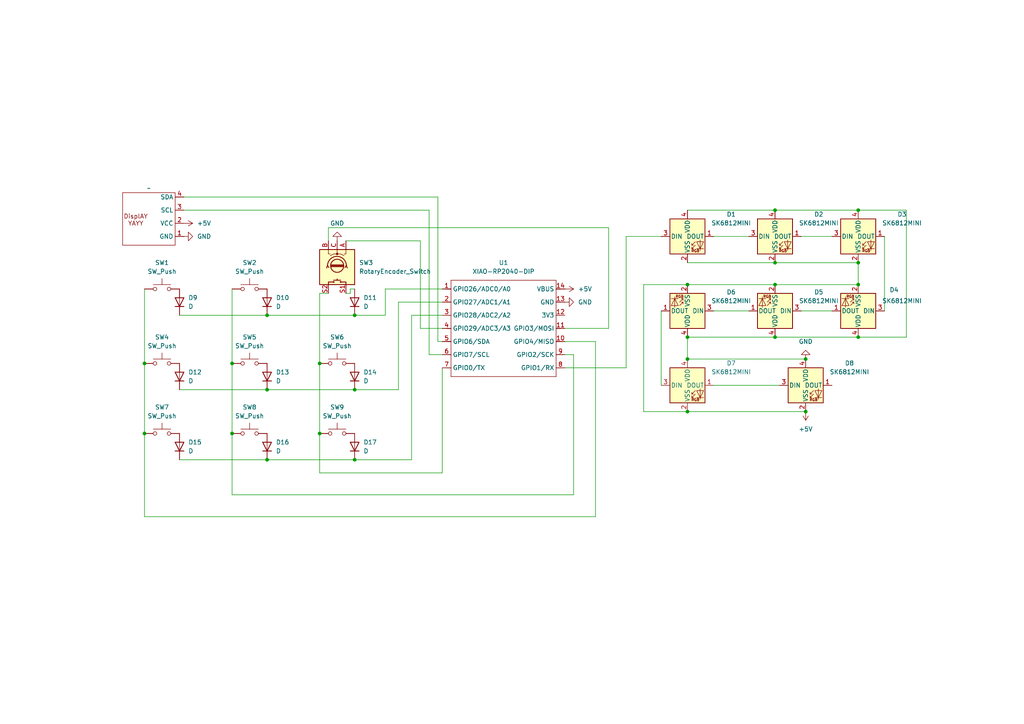
<source format=kicad_sch>
(kicad_sch
	(version 20250114)
	(generator "eeschema")
	(generator_version "9.0")
	(uuid "3dce9993-ead5-4a14-95bb-2ffb30b6a5d3")
	(paper "A4")
	(lib_symbols
		(symbol "Device:D"
			(pin_numbers
				(hide yes)
			)
			(pin_names
				(offset 1.016)
				(hide yes)
			)
			(exclude_from_sim no)
			(in_bom yes)
			(on_board yes)
			(property "Reference" "D"
				(at 0 2.54 0)
				(effects
					(font
						(size 1.27 1.27)
					)
				)
			)
			(property "Value" "D"
				(at 0 -2.54 0)
				(effects
					(font
						(size 1.27 1.27)
					)
				)
			)
			(property "Footprint" ""
				(at 0 0 0)
				(effects
					(font
						(size 1.27 1.27)
					)
					(hide yes)
				)
			)
			(property "Datasheet" "~"
				(at 0 0 0)
				(effects
					(font
						(size 1.27 1.27)
					)
					(hide yes)
				)
			)
			(property "Description" "Diode"
				(at 0 0 0)
				(effects
					(font
						(size 1.27 1.27)
					)
					(hide yes)
				)
			)
			(property "Sim.Device" "D"
				(at 0 0 0)
				(effects
					(font
						(size 1.27 1.27)
					)
					(hide yes)
				)
			)
			(property "Sim.Pins" "1=K 2=A"
				(at 0 0 0)
				(effects
					(font
						(size 1.27 1.27)
					)
					(hide yes)
				)
			)
			(property "ki_keywords" "diode"
				(at 0 0 0)
				(effects
					(font
						(size 1.27 1.27)
					)
					(hide yes)
				)
			)
			(property "ki_fp_filters" "TO-???* *_Diode_* *SingleDiode* D_*"
				(at 0 0 0)
				(effects
					(font
						(size 1.27 1.27)
					)
					(hide yes)
				)
			)
			(symbol "D_0_1"
				(polyline
					(pts
						(xy -1.27 1.27) (xy -1.27 -1.27)
					)
					(stroke
						(width 0.254)
						(type default)
					)
					(fill
						(type none)
					)
				)
				(polyline
					(pts
						(xy 1.27 1.27) (xy 1.27 -1.27) (xy -1.27 0) (xy 1.27 1.27)
					)
					(stroke
						(width 0.254)
						(type default)
					)
					(fill
						(type none)
					)
				)
				(polyline
					(pts
						(xy 1.27 0) (xy -1.27 0)
					)
					(stroke
						(width 0)
						(type default)
					)
					(fill
						(type none)
					)
				)
			)
			(symbol "D_1_1"
				(pin passive line
					(at -3.81 0 0)
					(length 2.54)
					(name "K"
						(effects
							(font
								(size 1.27 1.27)
							)
						)
					)
					(number "1"
						(effects
							(font
								(size 1.27 1.27)
							)
						)
					)
				)
				(pin passive line
					(at 3.81 0 180)
					(length 2.54)
					(name "A"
						(effects
							(font
								(size 1.27 1.27)
							)
						)
					)
					(number "2"
						(effects
							(font
								(size 1.27 1.27)
							)
						)
					)
				)
			)
			(embedded_fonts no)
		)
		(symbol "Device:RotaryEncoder_Switch"
			(pin_names
				(offset 0.254)
				(hide yes)
			)
			(exclude_from_sim no)
			(in_bom yes)
			(on_board yes)
			(property "Reference" "SW"
				(at 0 6.604 0)
				(effects
					(font
						(size 1.27 1.27)
					)
				)
			)
			(property "Value" "RotaryEncoder_Switch"
				(at 0 -6.604 0)
				(effects
					(font
						(size 1.27 1.27)
					)
				)
			)
			(property "Footprint" ""
				(at -3.81 4.064 0)
				(effects
					(font
						(size 1.27 1.27)
					)
					(hide yes)
				)
			)
			(property "Datasheet" "~"
				(at 0 6.604 0)
				(effects
					(font
						(size 1.27 1.27)
					)
					(hide yes)
				)
			)
			(property "Description" "Rotary encoder, dual channel, incremental quadrate outputs, with switch"
				(at 0 0 0)
				(effects
					(font
						(size 1.27 1.27)
					)
					(hide yes)
				)
			)
			(property "ki_keywords" "rotary switch encoder switch push button"
				(at 0 0 0)
				(effects
					(font
						(size 1.27 1.27)
					)
					(hide yes)
				)
			)
			(property "ki_fp_filters" "RotaryEncoder*Switch*"
				(at 0 0 0)
				(effects
					(font
						(size 1.27 1.27)
					)
					(hide yes)
				)
			)
			(symbol "RotaryEncoder_Switch_0_1"
				(rectangle
					(start -5.08 5.08)
					(end 5.08 -5.08)
					(stroke
						(width 0.254)
						(type default)
					)
					(fill
						(type background)
					)
				)
				(polyline
					(pts
						(xy -5.08 2.54) (xy -3.81 2.54) (xy -3.81 2.032)
					)
					(stroke
						(width 0)
						(type default)
					)
					(fill
						(type none)
					)
				)
				(polyline
					(pts
						(xy -5.08 0) (xy -3.81 0) (xy -3.81 -1.016) (xy -3.302 -2.032)
					)
					(stroke
						(width 0)
						(type default)
					)
					(fill
						(type none)
					)
				)
				(polyline
					(pts
						(xy -5.08 -2.54) (xy -3.81 -2.54) (xy -3.81 -2.032)
					)
					(stroke
						(width 0)
						(type default)
					)
					(fill
						(type none)
					)
				)
				(polyline
					(pts
						(xy -4.318 0) (xy -3.81 0) (xy -3.81 1.016) (xy -3.302 2.032)
					)
					(stroke
						(width 0)
						(type default)
					)
					(fill
						(type none)
					)
				)
				(circle
					(center -3.81 0)
					(radius 0.254)
					(stroke
						(width 0)
						(type default)
					)
					(fill
						(type outline)
					)
				)
				(polyline
					(pts
						(xy -0.635 -1.778) (xy -0.635 1.778)
					)
					(stroke
						(width 0.254)
						(type default)
					)
					(fill
						(type none)
					)
				)
				(circle
					(center -0.381 0)
					(radius 1.905)
					(stroke
						(width 0.254)
						(type default)
					)
					(fill
						(type none)
					)
				)
				(polyline
					(pts
						(xy -0.381 -1.778) (xy -0.381 1.778)
					)
					(stroke
						(width 0.254)
						(type default)
					)
					(fill
						(type none)
					)
				)
				(arc
					(start -0.381 -2.794)
					(mid -3.0988 -0.0635)
					(end -0.381 2.667)
					(stroke
						(width 0.254)
						(type default)
					)
					(fill
						(type none)
					)
				)
				(polyline
					(pts
						(xy -0.127 1.778) (xy -0.127 -1.778)
					)
					(stroke
						(width 0.254)
						(type default)
					)
					(fill
						(type none)
					)
				)
				(polyline
					(pts
						(xy 0.254 2.921) (xy -0.508 2.667) (xy 0.127 2.286)
					)
					(stroke
						(width 0.254)
						(type default)
					)
					(fill
						(type none)
					)
				)
				(polyline
					(pts
						(xy 0.254 -3.048) (xy -0.508 -2.794) (xy 0.127 -2.413)
					)
					(stroke
						(width 0.254)
						(type default)
					)
					(fill
						(type none)
					)
				)
				(polyline
					(pts
						(xy 3.81 1.016) (xy 3.81 -1.016)
					)
					(stroke
						(width 0.254)
						(type default)
					)
					(fill
						(type none)
					)
				)
				(polyline
					(pts
						(xy 3.81 0) (xy 3.429 0)
					)
					(stroke
						(width 0.254)
						(type default)
					)
					(fill
						(type none)
					)
				)
				(circle
					(center 4.318 1.016)
					(radius 0.127)
					(stroke
						(width 0.254)
						(type default)
					)
					(fill
						(type none)
					)
				)
				(circle
					(center 4.318 -1.016)
					(radius 0.127)
					(stroke
						(width 0.254)
						(type default)
					)
					(fill
						(type none)
					)
				)
				(polyline
					(pts
						(xy 5.08 2.54) (xy 4.318 2.54) (xy 4.318 1.016)
					)
					(stroke
						(width 0.254)
						(type default)
					)
					(fill
						(type none)
					)
				)
				(polyline
					(pts
						(xy 5.08 -2.54) (xy 4.318 -2.54) (xy 4.318 -1.016)
					)
					(stroke
						(width 0.254)
						(type default)
					)
					(fill
						(type none)
					)
				)
			)
			(symbol "RotaryEncoder_Switch_1_1"
				(pin passive line
					(at -7.62 2.54 0)
					(length 2.54)
					(name "A"
						(effects
							(font
								(size 1.27 1.27)
							)
						)
					)
					(number "A"
						(effects
							(font
								(size 1.27 1.27)
							)
						)
					)
				)
				(pin passive line
					(at -7.62 0 0)
					(length 2.54)
					(name "C"
						(effects
							(font
								(size 1.27 1.27)
							)
						)
					)
					(number "C"
						(effects
							(font
								(size 1.27 1.27)
							)
						)
					)
				)
				(pin passive line
					(at -7.62 -2.54 0)
					(length 2.54)
					(name "B"
						(effects
							(font
								(size 1.27 1.27)
							)
						)
					)
					(number "B"
						(effects
							(font
								(size 1.27 1.27)
							)
						)
					)
				)
				(pin passive line
					(at 7.62 2.54 180)
					(length 2.54)
					(name "S1"
						(effects
							(font
								(size 1.27 1.27)
							)
						)
					)
					(number "S1"
						(effects
							(font
								(size 1.27 1.27)
							)
						)
					)
				)
				(pin passive line
					(at 7.62 -2.54 180)
					(length 2.54)
					(name "S2"
						(effects
							(font
								(size 1.27 1.27)
							)
						)
					)
					(number "S2"
						(effects
							(font
								(size 1.27 1.27)
							)
						)
					)
				)
			)
			(embedded_fonts no)
		)
		(symbol "LED:SK6812MINI"
			(pin_names
				(offset 0.254)
			)
			(exclude_from_sim no)
			(in_bom yes)
			(on_board yes)
			(property "Reference" "D"
				(at 5.08 5.715 0)
				(effects
					(font
						(size 1.27 1.27)
					)
					(justify right bottom)
				)
			)
			(property "Value" "SK6812MINI"
				(at 1.27 -5.715 0)
				(effects
					(font
						(size 1.27 1.27)
					)
					(justify left top)
				)
			)
			(property "Footprint" "LED_SMD:LED_SK6812MINI_PLCC4_3.5x3.5mm_P1.75mm"
				(at 1.27 -7.62 0)
				(effects
					(font
						(size 1.27 1.27)
					)
					(justify left top)
					(hide yes)
				)
			)
			(property "Datasheet" "https://cdn-shop.adafruit.com/product-files/2686/SK6812MINI_REV.01-1-2.pdf"
				(at 2.54 -9.525 0)
				(effects
					(font
						(size 1.27 1.27)
					)
					(justify left top)
					(hide yes)
				)
			)
			(property "Description" "RGB LED with integrated controller"
				(at 0 0 0)
				(effects
					(font
						(size 1.27 1.27)
					)
					(hide yes)
				)
			)
			(property "ki_keywords" "RGB LED NeoPixel Mini addressable"
				(at 0 0 0)
				(effects
					(font
						(size 1.27 1.27)
					)
					(hide yes)
				)
			)
			(property "ki_fp_filters" "LED*SK6812MINI*PLCC*3.5x3.5mm*P1.75mm*"
				(at 0 0 0)
				(effects
					(font
						(size 1.27 1.27)
					)
					(hide yes)
				)
			)
			(symbol "SK6812MINI_0_0"
				(text "RGB"
					(at 2.286 -4.191 0)
					(effects
						(font
							(size 0.762 0.762)
						)
					)
				)
			)
			(symbol "SK6812MINI_0_1"
				(polyline
					(pts
						(xy 1.27 -2.54) (xy 1.778 -2.54)
					)
					(stroke
						(width 0)
						(type default)
					)
					(fill
						(type none)
					)
				)
				(polyline
					(pts
						(xy 1.27 -3.556) (xy 1.778 -3.556)
					)
					(stroke
						(width 0)
						(type default)
					)
					(fill
						(type none)
					)
				)
				(polyline
					(pts
						(xy 2.286 -1.524) (xy 1.27 -2.54) (xy 1.27 -2.032)
					)
					(stroke
						(width 0)
						(type default)
					)
					(fill
						(type none)
					)
				)
				(polyline
					(pts
						(xy 2.286 -2.54) (xy 1.27 -3.556) (xy 1.27 -3.048)
					)
					(stroke
						(width 0)
						(type default)
					)
					(fill
						(type none)
					)
				)
				(polyline
					(pts
						(xy 3.683 -1.016) (xy 3.683 -3.556) (xy 3.683 -4.064)
					)
					(stroke
						(width 0)
						(type default)
					)
					(fill
						(type none)
					)
				)
				(polyline
					(pts
						(xy 4.699 -1.524) (xy 2.667 -1.524) (xy 3.683 -3.556) (xy 4.699 -1.524)
					)
					(stroke
						(width 0)
						(type default)
					)
					(fill
						(type none)
					)
				)
				(polyline
					(pts
						(xy 4.699 -3.556) (xy 2.667 -3.556)
					)
					(stroke
						(width 0)
						(type default)
					)
					(fill
						(type none)
					)
				)
				(rectangle
					(start 5.08 5.08)
					(end -5.08 -5.08)
					(stroke
						(width 0.254)
						(type default)
					)
					(fill
						(type background)
					)
				)
			)
			(symbol "SK6812MINI_1_1"
				(pin input line
					(at -7.62 0 0)
					(length 2.54)
					(name "DIN"
						(effects
							(font
								(size 1.27 1.27)
							)
						)
					)
					(number "3"
						(effects
							(font
								(size 1.27 1.27)
							)
						)
					)
				)
				(pin power_in line
					(at 0 7.62 270)
					(length 2.54)
					(name "VDD"
						(effects
							(font
								(size 1.27 1.27)
							)
						)
					)
					(number "4"
						(effects
							(font
								(size 1.27 1.27)
							)
						)
					)
				)
				(pin power_in line
					(at 0 -7.62 90)
					(length 2.54)
					(name "VSS"
						(effects
							(font
								(size 1.27 1.27)
							)
						)
					)
					(number "2"
						(effects
							(font
								(size 1.27 1.27)
							)
						)
					)
				)
				(pin output line
					(at 7.62 0 180)
					(length 2.54)
					(name "DOUT"
						(effects
							(font
								(size 1.27 1.27)
							)
						)
					)
					(number "1"
						(effects
							(font
								(size 1.27 1.27)
							)
						)
					)
				)
			)
			(embedded_fonts no)
		)
		(symbol "Seeed_Studio_XIAO_Series:XIAO-RP2040-DIP"
			(exclude_from_sim no)
			(in_bom yes)
			(on_board yes)
			(property "Reference" "U"
				(at 0 0 0)
				(effects
					(font
						(size 1.27 1.27)
					)
				)
			)
			(property "Value" "XIAO-RP2040-DIP"
				(at 5.334 -1.778 0)
				(effects
					(font
						(size 1.27 1.27)
					)
				)
			)
			(property "Footprint" "Module:MOUDLE14P-XIAO-DIP-SMD"
				(at 14.478 -32.258 0)
				(effects
					(font
						(size 1.27 1.27)
					)
					(hide yes)
				)
			)
			(property "Datasheet" ""
				(at 0 0 0)
				(effects
					(font
						(size 1.27 1.27)
					)
					(hide yes)
				)
			)
			(property "Description" ""
				(at 0 0 0)
				(effects
					(font
						(size 1.27 1.27)
					)
					(hide yes)
				)
			)
			(symbol "XIAO-RP2040-DIP_1_0"
				(polyline
					(pts
						(xy -1.27 -2.54) (xy 29.21 -2.54)
					)
					(stroke
						(width 0.1524)
						(type solid)
					)
					(fill
						(type none)
					)
				)
				(polyline
					(pts
						(xy -1.27 -5.08) (xy -2.54 -5.08)
					)
					(stroke
						(width 0.1524)
						(type solid)
					)
					(fill
						(type none)
					)
				)
				(polyline
					(pts
						(xy -1.27 -5.08) (xy -1.27 -2.54)
					)
					(stroke
						(width 0.1524)
						(type solid)
					)
					(fill
						(type none)
					)
				)
				(polyline
					(pts
						(xy -1.27 -8.89) (xy -2.54 -8.89)
					)
					(stroke
						(width 0.1524)
						(type solid)
					)
					(fill
						(type none)
					)
				)
				(polyline
					(pts
						(xy -1.27 -8.89) (xy -1.27 -5.08)
					)
					(stroke
						(width 0.1524)
						(type solid)
					)
					(fill
						(type none)
					)
				)
				(polyline
					(pts
						(xy -1.27 -12.7) (xy -2.54 -12.7)
					)
					(stroke
						(width 0.1524)
						(type solid)
					)
					(fill
						(type none)
					)
				)
				(polyline
					(pts
						(xy -1.27 -12.7) (xy -1.27 -8.89)
					)
					(stroke
						(width 0.1524)
						(type solid)
					)
					(fill
						(type none)
					)
				)
				(polyline
					(pts
						(xy -1.27 -16.51) (xy -2.54 -16.51)
					)
					(stroke
						(width 0.1524)
						(type solid)
					)
					(fill
						(type none)
					)
				)
				(polyline
					(pts
						(xy -1.27 -16.51) (xy -1.27 -12.7)
					)
					(stroke
						(width 0.1524)
						(type solid)
					)
					(fill
						(type none)
					)
				)
				(polyline
					(pts
						(xy -1.27 -20.32) (xy -2.54 -20.32)
					)
					(stroke
						(width 0.1524)
						(type solid)
					)
					(fill
						(type none)
					)
				)
				(polyline
					(pts
						(xy -1.27 -24.13) (xy -2.54 -24.13)
					)
					(stroke
						(width 0.1524)
						(type solid)
					)
					(fill
						(type none)
					)
				)
				(polyline
					(pts
						(xy -1.27 -27.94) (xy -2.54 -27.94)
					)
					(stroke
						(width 0.1524)
						(type solid)
					)
					(fill
						(type none)
					)
				)
				(polyline
					(pts
						(xy -1.27 -30.48) (xy -1.27 -16.51)
					)
					(stroke
						(width 0.1524)
						(type solid)
					)
					(fill
						(type none)
					)
				)
				(polyline
					(pts
						(xy 29.21 -2.54) (xy 29.21 -5.08)
					)
					(stroke
						(width 0.1524)
						(type solid)
					)
					(fill
						(type none)
					)
				)
				(polyline
					(pts
						(xy 29.21 -5.08) (xy 29.21 -8.89)
					)
					(stroke
						(width 0.1524)
						(type solid)
					)
					(fill
						(type none)
					)
				)
				(polyline
					(pts
						(xy 29.21 -8.89) (xy 29.21 -12.7)
					)
					(stroke
						(width 0.1524)
						(type solid)
					)
					(fill
						(type none)
					)
				)
				(polyline
					(pts
						(xy 29.21 -12.7) (xy 29.21 -30.48)
					)
					(stroke
						(width 0.1524)
						(type solid)
					)
					(fill
						(type none)
					)
				)
				(polyline
					(pts
						(xy 29.21 -30.48) (xy -1.27 -30.48)
					)
					(stroke
						(width 0.1524)
						(type solid)
					)
					(fill
						(type none)
					)
				)
				(polyline
					(pts
						(xy 30.48 -5.08) (xy 29.21 -5.08)
					)
					(stroke
						(width 0.1524)
						(type solid)
					)
					(fill
						(type none)
					)
				)
				(polyline
					(pts
						(xy 30.48 -8.89) (xy 29.21 -8.89)
					)
					(stroke
						(width 0.1524)
						(type solid)
					)
					(fill
						(type none)
					)
				)
				(polyline
					(pts
						(xy 30.48 -12.7) (xy 29.21 -12.7)
					)
					(stroke
						(width 0.1524)
						(type solid)
					)
					(fill
						(type none)
					)
				)
				(polyline
					(pts
						(xy 30.48 -16.51) (xy 29.21 -16.51)
					)
					(stroke
						(width 0.1524)
						(type solid)
					)
					(fill
						(type none)
					)
				)
				(polyline
					(pts
						(xy 30.48 -20.32) (xy 29.21 -20.32)
					)
					(stroke
						(width 0.1524)
						(type solid)
					)
					(fill
						(type none)
					)
				)
				(polyline
					(pts
						(xy 30.48 -24.13) (xy 29.21 -24.13)
					)
					(stroke
						(width 0.1524)
						(type solid)
					)
					(fill
						(type none)
					)
				)
				(polyline
					(pts
						(xy 30.48 -27.94) (xy 29.21 -27.94)
					)
					(stroke
						(width 0.1524)
						(type solid)
					)
					(fill
						(type none)
					)
				)
				(pin passive line
					(at -3.81 -5.08 0)
					(length 2.54)
					(name "GPIO26/ADC0/A0"
						(effects
							(font
								(size 1.27 1.27)
							)
						)
					)
					(number "1"
						(effects
							(font
								(size 1.27 1.27)
							)
						)
					)
				)
				(pin passive line
					(at -3.81 -8.89 0)
					(length 2.54)
					(name "GPIO27/ADC1/A1"
						(effects
							(font
								(size 1.27 1.27)
							)
						)
					)
					(number "2"
						(effects
							(font
								(size 1.27 1.27)
							)
						)
					)
				)
				(pin passive line
					(at -3.81 -12.7 0)
					(length 2.54)
					(name "GPIO28/ADC2/A2"
						(effects
							(font
								(size 1.27 1.27)
							)
						)
					)
					(number "3"
						(effects
							(font
								(size 1.27 1.27)
							)
						)
					)
				)
				(pin passive line
					(at -3.81 -16.51 0)
					(length 2.54)
					(name "GPIO29/ADC3/A3"
						(effects
							(font
								(size 1.27 1.27)
							)
						)
					)
					(number "4"
						(effects
							(font
								(size 1.27 1.27)
							)
						)
					)
				)
				(pin passive line
					(at -3.81 -20.32 0)
					(length 2.54)
					(name "GPIO6/SDA"
						(effects
							(font
								(size 1.27 1.27)
							)
						)
					)
					(number "5"
						(effects
							(font
								(size 1.27 1.27)
							)
						)
					)
				)
				(pin passive line
					(at -3.81 -24.13 0)
					(length 2.54)
					(name "GPIO7/SCL"
						(effects
							(font
								(size 1.27 1.27)
							)
						)
					)
					(number "6"
						(effects
							(font
								(size 1.27 1.27)
							)
						)
					)
				)
				(pin passive line
					(at -3.81 -27.94 0)
					(length 2.54)
					(name "GPIO0/TX"
						(effects
							(font
								(size 1.27 1.27)
							)
						)
					)
					(number "7"
						(effects
							(font
								(size 1.27 1.27)
							)
						)
					)
				)
				(pin passive line
					(at 31.75 -5.08 180)
					(length 2.54)
					(name "VBUS"
						(effects
							(font
								(size 1.27 1.27)
							)
						)
					)
					(number "14"
						(effects
							(font
								(size 1.27 1.27)
							)
						)
					)
				)
				(pin passive line
					(at 31.75 -8.89 180)
					(length 2.54)
					(name "GND"
						(effects
							(font
								(size 1.27 1.27)
							)
						)
					)
					(number "13"
						(effects
							(font
								(size 1.27 1.27)
							)
						)
					)
				)
				(pin passive line
					(at 31.75 -12.7 180)
					(length 2.54)
					(name "3V3"
						(effects
							(font
								(size 1.27 1.27)
							)
						)
					)
					(number "12"
						(effects
							(font
								(size 1.27 1.27)
							)
						)
					)
				)
				(pin passive line
					(at 31.75 -16.51 180)
					(length 2.54)
					(name "GPIO3/MOSI"
						(effects
							(font
								(size 1.27 1.27)
							)
						)
					)
					(number "11"
						(effects
							(font
								(size 1.27 1.27)
							)
						)
					)
				)
				(pin passive line
					(at 31.75 -20.32 180)
					(length 2.54)
					(name "GPIO4/MISO"
						(effects
							(font
								(size 1.27 1.27)
							)
						)
					)
					(number "10"
						(effects
							(font
								(size 1.27 1.27)
							)
						)
					)
				)
				(pin passive line
					(at 31.75 -24.13 180)
					(length 2.54)
					(name "GPIO2/SCK"
						(effects
							(font
								(size 1.27 1.27)
							)
						)
					)
					(number "9"
						(effects
							(font
								(size 1.27 1.27)
							)
						)
					)
				)
				(pin passive line
					(at 31.75 -27.94 180)
					(length 2.54)
					(name "GPIO1/RX"
						(effects
							(font
								(size 1.27 1.27)
							)
						)
					)
					(number "8"
						(effects
							(font
								(size 1.27 1.27)
							)
						)
					)
				)
			)
			(embedded_fonts no)
		)
		(symbol "Switch:SW_Push"
			(pin_numbers
				(hide yes)
			)
			(pin_names
				(offset 1.016)
				(hide yes)
			)
			(exclude_from_sim no)
			(in_bom yes)
			(on_board yes)
			(property "Reference" "SW"
				(at 1.27 2.54 0)
				(effects
					(font
						(size 1.27 1.27)
					)
					(justify left)
				)
			)
			(property "Value" "SW_Push"
				(at 0 -1.524 0)
				(effects
					(font
						(size 1.27 1.27)
					)
				)
			)
			(property "Footprint" ""
				(at 0 5.08 0)
				(effects
					(font
						(size 1.27 1.27)
					)
					(hide yes)
				)
			)
			(property "Datasheet" "~"
				(at 0 5.08 0)
				(effects
					(font
						(size 1.27 1.27)
					)
					(hide yes)
				)
			)
			(property "Description" "Push button switch, generic, two pins"
				(at 0 0 0)
				(effects
					(font
						(size 1.27 1.27)
					)
					(hide yes)
				)
			)
			(property "ki_keywords" "switch normally-open pushbutton push-button"
				(at 0 0 0)
				(effects
					(font
						(size 1.27 1.27)
					)
					(hide yes)
				)
			)
			(symbol "SW_Push_0_1"
				(circle
					(center -2.032 0)
					(radius 0.508)
					(stroke
						(width 0)
						(type default)
					)
					(fill
						(type none)
					)
				)
				(polyline
					(pts
						(xy 0 1.27) (xy 0 3.048)
					)
					(stroke
						(width 0)
						(type default)
					)
					(fill
						(type none)
					)
				)
				(circle
					(center 2.032 0)
					(radius 0.508)
					(stroke
						(width 0)
						(type default)
					)
					(fill
						(type none)
					)
				)
				(polyline
					(pts
						(xy 2.54 1.27) (xy -2.54 1.27)
					)
					(stroke
						(width 0)
						(type default)
					)
					(fill
						(type none)
					)
				)
				(pin passive line
					(at -5.08 0 0)
					(length 2.54)
					(name "1"
						(effects
							(font
								(size 1.27 1.27)
							)
						)
					)
					(number "1"
						(effects
							(font
								(size 1.27 1.27)
							)
						)
					)
				)
				(pin passive line
					(at 5.08 0 180)
					(length 2.54)
					(name "2"
						(effects
							(font
								(size 1.27 1.27)
							)
						)
					)
					(number "2"
						(effects
							(font
								(size 1.27 1.27)
							)
						)
					)
				)
			)
			(embedded_fonts no)
		)
		(symbol "oled-ssd1306-0.91-display:Oled-ssd1306-0.91-display"
			(exclude_from_sim no)
			(in_bom yes)
			(on_board yes)
			(property "Reference" "U"
				(at 0 0 0)
				(effects
					(font
						(size 1.27 1.27)
					)
					(hide yes)
				)
			)
			(property "Value" ""
				(at 0 0 0)
				(effects
					(font
						(size 1.27 1.27)
					)
				)
			)
			(property "Footprint" ""
				(at 0 0 0)
				(effects
					(font
						(size 1.27 1.27)
					)
					(hide yes)
				)
			)
			(property "Datasheet" ""
				(at 0 0 0)
				(effects
					(font
						(size 1.27 1.27)
					)
					(hide yes)
				)
			)
			(property "Description" ""
				(at 0 0 0)
				(effects
					(font
						(size 1.27 1.27)
					)
					(hide yes)
				)
			)
			(symbol "Oled-ssd1306-0.91-display_0_1"
				(rectangle
					(start -7.62 7.62)
					(end 7.62 -7.62)
					(stroke
						(width 0)
						(type default)
					)
					(fill
						(type none)
					)
				)
			)
			(symbol "Oled-ssd1306-0.91-display_1_1"
				(text "DisplAY\nYAYY"
					(at -3.81 -0.254 0)
					(effects
						(font
							(size 1.27 1.27)
						)
					)
				)
				(pin input line
					(at 10.16 6.35 180)
					(length 2.54)
					(name "SDA"
						(effects
							(font
								(size 1.27 1.27)
							)
						)
					)
					(number "4"
						(effects
							(font
								(size 1.27 1.27)
							)
						)
					)
				)
				(pin input line
					(at 10.16 2.54 180)
					(length 2.54)
					(name "SCL"
						(effects
							(font
								(size 1.27 1.27)
							)
						)
					)
					(number "3"
						(effects
							(font
								(size 1.27 1.27)
							)
						)
					)
				)
				(pin input line
					(at 10.16 -1.27 180)
					(length 2.54)
					(name "VCC"
						(effects
							(font
								(size 1.27 1.27)
							)
						)
					)
					(number "2"
						(effects
							(font
								(size 1.27 1.27)
							)
						)
					)
				)
				(pin input line
					(at 10.16 -5.08 180)
					(length 2.54)
					(name "GND"
						(effects
							(font
								(size 1.27 1.27)
							)
						)
					)
					(number "1"
						(effects
							(font
								(size 1.27 1.27)
							)
						)
					)
				)
			)
			(embedded_fonts no)
		)
		(symbol "power:+5V"
			(power)
			(pin_numbers
				(hide yes)
			)
			(pin_names
				(offset 0)
				(hide yes)
			)
			(exclude_from_sim no)
			(in_bom yes)
			(on_board yes)
			(property "Reference" "#PWR"
				(at 0 -3.81 0)
				(effects
					(font
						(size 1.27 1.27)
					)
					(hide yes)
				)
			)
			(property "Value" "+5V"
				(at 0 3.556 0)
				(effects
					(font
						(size 1.27 1.27)
					)
				)
			)
			(property "Footprint" ""
				(at 0 0 0)
				(effects
					(font
						(size 1.27 1.27)
					)
					(hide yes)
				)
			)
			(property "Datasheet" ""
				(at 0 0 0)
				(effects
					(font
						(size 1.27 1.27)
					)
					(hide yes)
				)
			)
			(property "Description" "Power symbol creates a global label with name \"+5V\""
				(at 0 0 0)
				(effects
					(font
						(size 1.27 1.27)
					)
					(hide yes)
				)
			)
			(property "ki_keywords" "global power"
				(at 0 0 0)
				(effects
					(font
						(size 1.27 1.27)
					)
					(hide yes)
				)
			)
			(symbol "+5V_0_1"
				(polyline
					(pts
						(xy -0.762 1.27) (xy 0 2.54)
					)
					(stroke
						(width 0)
						(type default)
					)
					(fill
						(type none)
					)
				)
				(polyline
					(pts
						(xy 0 2.54) (xy 0.762 1.27)
					)
					(stroke
						(width 0)
						(type default)
					)
					(fill
						(type none)
					)
				)
				(polyline
					(pts
						(xy 0 0) (xy 0 2.54)
					)
					(stroke
						(width 0)
						(type default)
					)
					(fill
						(type none)
					)
				)
			)
			(symbol "+5V_1_1"
				(pin power_in line
					(at 0 0 90)
					(length 0)
					(name "~"
						(effects
							(font
								(size 1.27 1.27)
							)
						)
					)
					(number "1"
						(effects
							(font
								(size 1.27 1.27)
							)
						)
					)
				)
			)
			(embedded_fonts no)
		)
		(symbol "power:GND"
			(power)
			(pin_numbers
				(hide yes)
			)
			(pin_names
				(offset 0)
				(hide yes)
			)
			(exclude_from_sim no)
			(in_bom yes)
			(on_board yes)
			(property "Reference" "#PWR"
				(at 0 -6.35 0)
				(effects
					(font
						(size 1.27 1.27)
					)
					(hide yes)
				)
			)
			(property "Value" "GND"
				(at 0 -3.81 0)
				(effects
					(font
						(size 1.27 1.27)
					)
				)
			)
			(property "Footprint" ""
				(at 0 0 0)
				(effects
					(font
						(size 1.27 1.27)
					)
					(hide yes)
				)
			)
			(property "Datasheet" ""
				(at 0 0 0)
				(effects
					(font
						(size 1.27 1.27)
					)
					(hide yes)
				)
			)
			(property "Description" "Power symbol creates a global label with name \"GND\" , ground"
				(at 0 0 0)
				(effects
					(font
						(size 1.27 1.27)
					)
					(hide yes)
				)
			)
			(property "ki_keywords" "global power"
				(at 0 0 0)
				(effects
					(font
						(size 1.27 1.27)
					)
					(hide yes)
				)
			)
			(symbol "GND_0_1"
				(polyline
					(pts
						(xy 0 0) (xy 0 -1.27) (xy 1.27 -1.27) (xy 0 -2.54) (xy -1.27 -1.27) (xy 0 -1.27)
					)
					(stroke
						(width 0)
						(type default)
					)
					(fill
						(type none)
					)
				)
			)
			(symbol "GND_1_1"
				(pin power_in line
					(at 0 0 270)
					(length 0)
					(name "~"
						(effects
							(font
								(size 1.27 1.27)
							)
						)
					)
					(number "1"
						(effects
							(font
								(size 1.27 1.27)
							)
						)
					)
				)
			)
			(embedded_fonts no)
		)
	)
	(junction
		(at 77.47 113.03)
		(diameter 0)
		(color 0 0 0 0)
		(uuid "038eb97a-898c-4014-a914-9ac86ba8a262")
	)
	(junction
		(at 77.47 133.35)
		(diameter 0)
		(color 0 0 0 0)
		(uuid "08f3a666-3810-4553-a0c9-910f96de52cb")
	)
	(junction
		(at 102.87 113.03)
		(diameter 0)
		(color 0 0 0 0)
		(uuid "0a364ae6-48a1-4c68-ad5c-43b3f5de4982")
	)
	(junction
		(at 77.47 91.44)
		(diameter 0)
		(color 0 0 0 0)
		(uuid "130ad04f-ae13-4e05-91be-39f91d69e988")
	)
	(junction
		(at 67.31 125.73)
		(diameter 0)
		(color 0 0 0 0)
		(uuid "174d4443-e1c5-4df8-a450-ef86474c767c")
	)
	(junction
		(at 67.31 105.41)
		(diameter 0)
		(color 0 0 0 0)
		(uuid "1d353f47-4c65-4258-b40f-80f54f9ebbc4")
	)
	(junction
		(at 102.87 133.35)
		(diameter 0)
		(color 0 0 0 0)
		(uuid "2f07d846-ea88-4570-b478-943db6cb3c7c")
	)
	(junction
		(at 224.79 97.79)
		(diameter 0)
		(color 0 0 0 0)
		(uuid "313d6184-db6c-4659-9e16-7e175c6d7209")
	)
	(junction
		(at 41.91 105.41)
		(diameter 0)
		(color 0 0 0 0)
		(uuid "3ffad103-dea5-4380-9799-c9e33a338f25")
	)
	(junction
		(at 233.68 104.14)
		(diameter 0)
		(color 0 0 0 0)
		(uuid "499420bd-0640-4604-81d1-67aec6a1655a")
	)
	(junction
		(at 92.71 125.73)
		(diameter 0)
		(color 0 0 0 0)
		(uuid "72628594-cad4-41c7-bb1e-6af4590a343c")
	)
	(junction
		(at 248.92 97.79)
		(diameter 0)
		(color 0 0 0 0)
		(uuid "75bcaab9-9987-4cdc-9d97-89ebde2ad580")
	)
	(junction
		(at 248.92 76.2)
		(diameter 0)
		(color 0 0 0 0)
		(uuid "8454cb52-0696-4892-bb1c-6a3d54d40be4")
	)
	(junction
		(at 199.39 82.55)
		(diameter 0)
		(color 0 0 0 0)
		(uuid "88c6ccef-d939-4f4b-ae50-2967c4cc38f0")
	)
	(junction
		(at 199.39 119.38)
		(diameter 0)
		(color 0 0 0 0)
		(uuid "93aa542b-6787-439d-849f-76adaf00c474")
	)
	(junction
		(at 199.39 97.79)
		(diameter 0)
		(color 0 0 0 0)
		(uuid "972fd959-a700-4d2f-9eef-4936d3bd59ae")
	)
	(junction
		(at 224.79 60.96)
		(diameter 0)
		(color 0 0 0 0)
		(uuid "98165ddc-534c-4efc-9310-790e15abf6a3")
	)
	(junction
		(at 102.87 91.44)
		(diameter 0)
		(color 0 0 0 0)
		(uuid "9cc906ea-919f-47bb-9117-b5fd076fad91")
	)
	(junction
		(at 92.71 105.41)
		(diameter 0)
		(color 0 0 0 0)
		(uuid "aa1c490b-f673-4227-85c1-29240d538ead")
	)
	(junction
		(at 248.92 82.55)
		(diameter 0)
		(color 0 0 0 0)
		(uuid "bb8adb0e-5a92-483d-93d8-0226c287fe06")
	)
	(junction
		(at 233.68 119.38)
		(diameter 0)
		(color 0 0 0 0)
		(uuid "bdc4caca-2e2e-4c17-9387-9cdd4e190002")
	)
	(junction
		(at 224.79 82.55)
		(diameter 0)
		(color 0 0 0 0)
		(uuid "d32de96b-0cf7-4fc8-98f4-4f023f21b04c")
	)
	(junction
		(at 199.39 104.14)
		(diameter 0)
		(color 0 0 0 0)
		(uuid "e48b4cda-6ebb-43ce-8bc5-8f64f9038145")
	)
	(junction
		(at 224.79 76.2)
		(diameter 0)
		(color 0 0 0 0)
		(uuid "e6c9dab6-b659-4814-be93-07d774fd94cd")
	)
	(junction
		(at 248.92 60.96)
		(diameter 0)
		(color 0 0 0 0)
		(uuid "f444f0bf-38ba-429e-b2f7-ab606f30d286")
	)
	(junction
		(at 41.91 125.73)
		(diameter 0)
		(color 0 0 0 0)
		(uuid "f7f75e11-d403-4492-ad83-11f394f5a6c3")
	)
	(wire
		(pts
			(xy 67.31 105.41) (xy 67.31 125.73)
		)
		(stroke
			(width 0)
			(type default)
		)
		(uuid "07471aed-ac89-4b07-877d-41b16b9ab132")
	)
	(wire
		(pts
			(xy 207.01 90.17) (xy 217.17 90.17)
		)
		(stroke
			(width 0)
			(type default)
		)
		(uuid "093e0e6a-4768-47e6-97b9-15bca870853e")
	)
	(wire
		(pts
			(xy 52.07 133.35) (xy 77.47 133.35)
		)
		(stroke
			(width 0)
			(type default)
		)
		(uuid "0a006246-10b6-4847-b1d6-54c09355fcbc")
	)
	(wire
		(pts
			(xy 199.39 97.79) (xy 199.39 104.14)
		)
		(stroke
			(width 0)
			(type default)
		)
		(uuid "15183b33-7eb7-4a5b-8e3f-8c3764434e47")
	)
	(wire
		(pts
			(xy 199.39 82.55) (xy 186.69 82.55)
		)
		(stroke
			(width 0)
			(type default)
		)
		(uuid "16dcb13a-f5dd-4a29-b86f-0933f4946288")
	)
	(wire
		(pts
			(xy 191.77 90.17) (xy 191.77 111.76)
		)
		(stroke
			(width 0)
			(type default)
		)
		(uuid "19f8ce6a-03f2-4819-90bd-e22e4431a7f7")
	)
	(wire
		(pts
			(xy 181.61 106.68) (xy 163.83 106.68)
		)
		(stroke
			(width 0)
			(type default)
		)
		(uuid "1b2c818d-15e9-4410-948e-b97c56a00c89")
	)
	(wire
		(pts
			(xy 53.34 60.96) (xy 124.46 60.96)
		)
		(stroke
			(width 0)
			(type default)
		)
		(uuid "2691039b-265e-4b20-a792-ff3232450b6b")
	)
	(wire
		(pts
			(xy 67.31 143.51) (xy 166.37 143.51)
		)
		(stroke
			(width 0)
			(type default)
		)
		(uuid "27dc2126-8a81-467a-ad0f-ceb97dcc6034")
	)
	(wire
		(pts
			(xy 224.79 97.79) (xy 248.92 97.79)
		)
		(stroke
			(width 0)
			(type default)
		)
		(uuid "33a9ef85-705a-489c-b00b-ba78df589e5b")
	)
	(wire
		(pts
			(xy 92.71 137.16) (xy 128.27 137.16)
		)
		(stroke
			(width 0)
			(type default)
		)
		(uuid "34b4e95b-895c-4caa-b0d7-290d65a20da3")
	)
	(wire
		(pts
			(xy 199.39 82.55) (xy 224.79 82.55)
		)
		(stroke
			(width 0)
			(type default)
		)
		(uuid "358e718b-4679-4065-acf6-e92373505c00")
	)
	(wire
		(pts
			(xy 67.31 125.73) (xy 67.31 143.51)
		)
		(stroke
			(width 0)
			(type default)
		)
		(uuid "370dcd59-7808-4e89-8695-bda9e721e3b1")
	)
	(wire
		(pts
			(xy 124.46 60.96) (xy 124.46 102.87)
		)
		(stroke
			(width 0)
			(type default)
		)
		(uuid "39ff382a-3ca7-44f4-9991-a5141c51119a")
	)
	(wire
		(pts
			(xy 41.91 149.86) (xy 172.72 149.86)
		)
		(stroke
			(width 0)
			(type default)
		)
		(uuid "3cf9ed08-0b69-4be2-9d55-0f37c14c8551")
	)
	(wire
		(pts
			(xy 172.72 99.06) (xy 163.83 99.06)
		)
		(stroke
			(width 0)
			(type default)
		)
		(uuid "3d3e50f0-ac3b-4c29-8623-593eee894d3b")
	)
	(wire
		(pts
			(xy 127 57.15) (xy 127 99.06)
		)
		(stroke
			(width 0)
			(type default)
		)
		(uuid "3e70ac88-47c1-495b-a94b-3768a90099db")
	)
	(wire
		(pts
			(xy 207.01 68.58) (xy 217.17 68.58)
		)
		(stroke
			(width 0)
			(type default)
		)
		(uuid "3eafa1ac-492f-42ed-b25d-e7312ce36a7b")
	)
	(wire
		(pts
			(xy 101.6 83.82) (xy 102.87 83.82)
		)
		(stroke
			(width 0)
			(type default)
		)
		(uuid "43740f8c-1334-42b0-b61f-8b40ba5548a6")
	)
	(wire
		(pts
			(xy 92.71 125.73) (xy 92.71 137.16)
		)
		(stroke
			(width 0)
			(type default)
		)
		(uuid "4e6c9df3-2db3-47b0-bd62-851052380af4")
	)
	(wire
		(pts
			(xy 67.31 83.82) (xy 67.31 105.41)
		)
		(stroke
			(width 0)
			(type default)
		)
		(uuid "50de50dd-aecd-4858-8077-1ea7046ae4f8")
	)
	(wire
		(pts
			(xy 124.46 102.87) (xy 128.27 102.87)
		)
		(stroke
			(width 0)
			(type default)
		)
		(uuid "526a3dcb-73c1-492e-ac67-d351857d7840")
	)
	(wire
		(pts
			(xy 199.39 104.14) (xy 233.68 104.14)
		)
		(stroke
			(width 0)
			(type default)
		)
		(uuid "55902030-24d6-4d2a-b3b4-9e5b23a64862")
	)
	(wire
		(pts
			(xy 166.37 143.51) (xy 166.37 102.87)
		)
		(stroke
			(width 0)
			(type default)
		)
		(uuid "5629aa6d-1e36-4812-abe1-b92b09529a9e")
	)
	(wire
		(pts
			(xy 224.79 60.96) (xy 248.92 60.96)
		)
		(stroke
			(width 0)
			(type default)
		)
		(uuid "5ec9fe7c-4125-402f-8a23-7ed1831ac02e")
	)
	(wire
		(pts
			(xy 102.87 113.03) (xy 115.57 113.03)
		)
		(stroke
			(width 0)
			(type default)
		)
		(uuid "5fbbd3ce-6e01-41b3-9f86-5ce6c67013dd")
	)
	(wire
		(pts
			(xy 121.92 69.85) (xy 121.92 95.25)
		)
		(stroke
			(width 0)
			(type default)
		)
		(uuid "60400ced-3710-4235-94b7-a60a42908786")
	)
	(wire
		(pts
			(xy 52.07 113.03) (xy 77.47 113.03)
		)
		(stroke
			(width 0)
			(type default)
		)
		(uuid "63ea76d9-d743-47b8-a4f7-3327b69babe2")
	)
	(wire
		(pts
			(xy 95.25 69.85) (xy 95.25 66.04)
		)
		(stroke
			(width 0)
			(type default)
		)
		(uuid "690bf467-0315-4456-919f-edd68b8d9bd3")
	)
	(wire
		(pts
			(xy 172.72 149.86) (xy 172.72 99.06)
		)
		(stroke
			(width 0)
			(type default)
		)
		(uuid "6b398efe-b6c8-4fe9-9d65-d249efa89f4c")
	)
	(wire
		(pts
			(xy 77.47 113.03) (xy 102.87 113.03)
		)
		(stroke
			(width 0)
			(type default)
		)
		(uuid "6cbb3fd8-aa7c-47e9-b46a-1ed1cc435f93")
	)
	(wire
		(pts
			(xy 92.71 105.41) (xy 92.71 125.73)
		)
		(stroke
			(width 0)
			(type default)
		)
		(uuid "6ea38978-95ee-439d-ac2c-01ebfa269c00")
	)
	(wire
		(pts
			(xy 101.6 85.09) (xy 101.6 83.82)
		)
		(stroke
			(width 0)
			(type default)
		)
		(uuid "6f4a6e8a-818f-4332-b5db-7d3bf1165ee4")
	)
	(wire
		(pts
			(xy 77.47 133.35) (xy 102.87 133.35)
		)
		(stroke
			(width 0)
			(type default)
		)
		(uuid "6fcab23e-5bb3-4f7c-8ac5-8908aa6b3048")
	)
	(wire
		(pts
			(xy 115.57 113.03) (xy 115.57 87.63)
		)
		(stroke
			(width 0)
			(type default)
		)
		(uuid "735be4e5-a632-4ff5-89c3-fb625c8e927d")
	)
	(wire
		(pts
			(xy 41.91 105.41) (xy 41.91 125.73)
		)
		(stroke
			(width 0)
			(type default)
		)
		(uuid "76874b4f-44f3-4cdf-8625-7189d5ca635c")
	)
	(wire
		(pts
			(xy 127 99.06) (xy 128.27 99.06)
		)
		(stroke
			(width 0)
			(type default)
		)
		(uuid "79dc3644-5035-488c-9f96-e046c0c0ef68")
	)
	(wire
		(pts
			(xy 77.47 91.44) (xy 102.87 91.44)
		)
		(stroke
			(width 0)
			(type default)
		)
		(uuid "7cd4b0af-83a2-4a1c-9a8f-163105955993")
	)
	(wire
		(pts
			(xy 119.38 133.35) (xy 119.38 91.44)
		)
		(stroke
			(width 0)
			(type default)
		)
		(uuid "7fbd1344-ec95-4e7f-a9f1-be6295ea3f86")
	)
	(wire
		(pts
			(xy 111.76 91.44) (xy 111.76 83.82)
		)
		(stroke
			(width 0)
			(type default)
		)
		(uuid "84b36497-8762-4c4f-8fec-106e2f6742f6")
	)
	(wire
		(pts
			(xy 186.69 82.55) (xy 186.69 119.38)
		)
		(stroke
			(width 0)
			(type default)
		)
		(uuid "8532ca89-9b12-45d3-91d1-cf12eabf34ab")
	)
	(wire
		(pts
			(xy 53.34 57.15) (xy 127 57.15)
		)
		(stroke
			(width 0)
			(type default)
		)
		(uuid "85f1e85d-52ad-41a6-8c95-7158271a84cd")
	)
	(wire
		(pts
			(xy 199.39 119.38) (xy 233.68 119.38)
		)
		(stroke
			(width 0)
			(type default)
		)
		(uuid "8c87ba03-c157-43c7-89f7-f6ef21e1ef58")
	)
	(wire
		(pts
			(xy 186.69 119.38) (xy 199.39 119.38)
		)
		(stroke
			(width 0)
			(type default)
		)
		(uuid "8e9f8c80-069e-4e86-8de4-66662b8ce42d")
	)
	(wire
		(pts
			(xy 181.61 68.58) (xy 181.61 106.68)
		)
		(stroke
			(width 0)
			(type default)
		)
		(uuid "8f901173-8d6d-4c08-acc3-a3dbbc4c6460")
	)
	(wire
		(pts
			(xy 224.79 82.55) (xy 248.92 82.55)
		)
		(stroke
			(width 0)
			(type default)
		)
		(uuid "95d3d5ff-35c8-4230-a23b-71efe0df5557")
	)
	(wire
		(pts
			(xy 176.53 66.04) (xy 176.53 95.25)
		)
		(stroke
			(width 0)
			(type default)
		)
		(uuid "9805b80e-ded6-4a95-8f6a-c13ebe07d93c")
	)
	(wire
		(pts
			(xy 181.61 68.58) (xy 191.77 68.58)
		)
		(stroke
			(width 0)
			(type default)
		)
		(uuid "9bec0b1d-f184-4328-889b-8c46eefa6cd8")
	)
	(wire
		(pts
			(xy 111.76 83.82) (xy 128.27 83.82)
		)
		(stroke
			(width 0)
			(type default)
		)
		(uuid "9c29c3e3-d5d5-4502-923b-2a064aa911fd")
	)
	(wire
		(pts
			(xy 248.92 76.2) (xy 248.92 82.55)
		)
		(stroke
			(width 0)
			(type default)
		)
		(uuid "a083d8ec-2142-4f88-9f51-4aea4ea15c8b")
	)
	(wire
		(pts
			(xy 52.07 91.44) (xy 77.47 91.44)
		)
		(stroke
			(width 0)
			(type default)
		)
		(uuid "a46559ae-c0a8-4fbc-9f6b-a1d0a7ee0423")
	)
	(wire
		(pts
			(xy 121.92 95.25) (xy 128.27 95.25)
		)
		(stroke
			(width 0)
			(type default)
		)
		(uuid "a7a75431-b6e9-487a-a719-9a6bc1afb2d4")
	)
	(wire
		(pts
			(xy 207.01 111.76) (xy 226.06 111.76)
		)
		(stroke
			(width 0)
			(type default)
		)
		(uuid "a7e8f8f9-32c5-4db6-b35c-aba684909b69")
	)
	(wire
		(pts
			(xy 199.39 97.79) (xy 224.79 97.79)
		)
		(stroke
			(width 0)
			(type default)
		)
		(uuid "adae77db-7f49-4ccb-a3b2-ca0416762250")
	)
	(wire
		(pts
			(xy 115.57 87.63) (xy 128.27 87.63)
		)
		(stroke
			(width 0)
			(type default)
		)
		(uuid "b19a11c0-8f71-4af8-9299-ef1869cd932e")
	)
	(wire
		(pts
			(xy 102.87 133.35) (xy 119.38 133.35)
		)
		(stroke
			(width 0)
			(type default)
		)
		(uuid "b48bb4f6-42a3-4d68-ba8b-354396c380e3")
	)
	(wire
		(pts
			(xy 199.39 76.2) (xy 224.79 76.2)
		)
		(stroke
			(width 0)
			(type default)
		)
		(uuid "b7b9df91-9c21-4376-80e7-8d2671ae9cb7")
	)
	(wire
		(pts
			(xy 248.92 60.96) (xy 262.89 60.96)
		)
		(stroke
			(width 0)
			(type default)
		)
		(uuid "bab5ed02-b31e-42d1-9bec-03bc8c216ae3")
	)
	(wire
		(pts
			(xy 95.25 85.09) (xy 92.71 85.09)
		)
		(stroke
			(width 0)
			(type default)
		)
		(uuid "be0d280d-6c80-4f0d-868a-2020311f18cb")
	)
	(wire
		(pts
			(xy 232.41 90.17) (xy 241.3 90.17)
		)
		(stroke
			(width 0)
			(type default)
		)
		(uuid "c425b25f-6ae3-46af-876f-2c6e86585a94")
	)
	(wire
		(pts
			(xy 232.41 68.58) (xy 241.3 68.58)
		)
		(stroke
			(width 0)
			(type default)
		)
		(uuid "c74caa57-767a-480b-bad1-49951846916e")
	)
	(wire
		(pts
			(xy 262.89 60.96) (xy 262.89 97.79)
		)
		(stroke
			(width 0)
			(type default)
		)
		(uuid "c7877f26-97f9-4150-ab99-700a86603098")
	)
	(wire
		(pts
			(xy 166.37 102.87) (xy 163.83 102.87)
		)
		(stroke
			(width 0)
			(type default)
		)
		(uuid "cac4017e-c499-4ce9-ba99-d84e8e6c95c8")
	)
	(wire
		(pts
			(xy 100.33 69.85) (xy 121.92 69.85)
		)
		(stroke
			(width 0)
			(type default)
		)
		(uuid "cc5a4482-bb7d-4019-bd00-3028a9ee6dc6")
	)
	(wire
		(pts
			(xy 224.79 76.2) (xy 248.92 76.2)
		)
		(stroke
			(width 0)
			(type default)
		)
		(uuid "d08e7be9-2c4e-4a5a-9f9a-0af78c4f96f9")
	)
	(wire
		(pts
			(xy 128.27 137.16) (xy 128.27 106.68)
		)
		(stroke
			(width 0)
			(type default)
		)
		(uuid "d2065c2c-fac4-4e16-bfe8-6fa8fd276655")
	)
	(wire
		(pts
			(xy 256.54 68.58) (xy 256.54 90.17)
		)
		(stroke
			(width 0)
			(type default)
		)
		(uuid "deca3b5c-eae2-4969-98fd-f142f8503124")
	)
	(wire
		(pts
			(xy 95.25 66.04) (xy 176.53 66.04)
		)
		(stroke
			(width 0)
			(type default)
		)
		(uuid "df41b5c9-bfe9-44ad-bc73-cbf052231c55")
	)
	(wire
		(pts
			(xy 199.39 60.96) (xy 224.79 60.96)
		)
		(stroke
			(width 0)
			(type default)
		)
		(uuid "e20b5279-1ec9-4e8a-a3ae-ad70882d780f")
	)
	(wire
		(pts
			(xy 92.71 85.09) (xy 92.71 105.41)
		)
		(stroke
			(width 0)
			(type default)
		)
		(uuid "e8b4ff76-c28f-4fea-a31d-bedc388c2a5a")
	)
	(wire
		(pts
			(xy 102.87 91.44) (xy 111.76 91.44)
		)
		(stroke
			(width 0)
			(type default)
		)
		(uuid "e9d33d4d-d8d4-4852-a500-9c7a81e91641")
	)
	(wire
		(pts
			(xy 176.53 95.25) (xy 163.83 95.25)
		)
		(stroke
			(width 0)
			(type default)
		)
		(uuid "eb75e536-2167-4af2-a6ae-927802091e88")
	)
	(wire
		(pts
			(xy 262.89 97.79) (xy 248.92 97.79)
		)
		(stroke
			(width 0)
			(type default)
		)
		(uuid "ec62ce19-2fd1-4102-afba-118d67a2d0b1")
	)
	(wire
		(pts
			(xy 119.38 91.44) (xy 128.27 91.44)
		)
		(stroke
			(width 0)
			(type default)
		)
		(uuid "f061dcd4-7e2f-4a28-bd79-108386014f09")
	)
	(wire
		(pts
			(xy 100.33 85.09) (xy 101.6 85.09)
		)
		(stroke
			(width 0)
			(type default)
		)
		(uuid "fe063b88-e8d1-49f0-ad7a-932eb53eca59")
	)
	(wire
		(pts
			(xy 41.91 83.82) (xy 41.91 105.41)
		)
		(stroke
			(width 0)
			(type default)
		)
		(uuid "ff6092cd-ec63-4bb3-b3af-de26ed2b831b")
	)
	(wire
		(pts
			(xy 41.91 125.73) (xy 41.91 149.86)
		)
		(stroke
			(width 0)
			(type default)
		)
		(uuid "ff9d5cfd-e4d8-4652-b1ae-eee07e242bf3")
	)
	(symbol
		(lib_id "Switch:SW_Push")
		(at 46.99 83.82 0)
		(unit 1)
		(exclude_from_sim no)
		(in_bom yes)
		(on_board yes)
		(dnp no)
		(fields_autoplaced yes)
		(uuid "07c1b662-eca4-4e63-bd95-8d6fa6f43148")
		(property "Reference" "SW1"
			(at 46.99 76.2 0)
			(effects
				(font
					(size 1.27 1.27)
				)
			)
		)
		(property "Value" "SW_Push"
			(at 46.99 78.74 0)
			(effects
				(font
					(size 1.27 1.27)
				)
			)
		)
		(property "Footprint" "Button_Switch_Keyboard:SW_Cherry_MX_1.00u_PCB"
			(at 46.99 78.74 0)
			(effects
				(font
					(size 1.27 1.27)
				)
				(hide yes)
			)
		)
		(property "Datasheet" "~"
			(at 46.99 78.74 0)
			(effects
				(font
					(size 1.27 1.27)
				)
				(hide yes)
			)
		)
		(property "Description" "Push button switch, generic, two pins"
			(at 46.99 83.82 0)
			(effects
				(font
					(size 1.27 1.27)
				)
				(hide yes)
			)
		)
		(pin "1"
			(uuid "f7be03c9-423a-4e8c-8ec7-f2e816975820")
		)
		(pin "2"
			(uuid "09de3851-19ab-4c63-8d19-dbdb4eac607f")
		)
		(instances
			(project ""
				(path "/3dce9993-ead5-4a14-95bb-2ffb30b6a5d3"
					(reference "SW1")
					(unit 1)
				)
			)
		)
	)
	(symbol
		(lib_id "Device:D")
		(at 102.87 109.22 90)
		(unit 1)
		(exclude_from_sim no)
		(in_bom yes)
		(on_board yes)
		(dnp no)
		(fields_autoplaced yes)
		(uuid "1a5f7926-46e2-4bf0-875f-005958a97cee")
		(property "Reference" "D14"
			(at 105.41 107.9499 90)
			(effects
				(font
					(size 1.27 1.27)
				)
				(justify right)
			)
		)
		(property "Value" "D"
			(at 105.41 110.4899 90)
			(effects
				(font
					(size 1.27 1.27)
				)
				(justify right)
			)
		)
		(property "Footprint" "Diode_THT:D_DO-35_SOD27_P7.62mm_Horizontal"
			(at 102.87 109.22 0)
			(effects
				(font
					(size 1.27 1.27)
				)
				(hide yes)
			)
		)
		(property "Datasheet" "~"
			(at 102.87 109.22 0)
			(effects
				(font
					(size 1.27 1.27)
				)
				(hide yes)
			)
		)
		(property "Description" "Diode"
			(at 102.87 109.22 0)
			(effects
				(font
					(size 1.27 1.27)
				)
				(hide yes)
			)
		)
		(property "Sim.Device" "D"
			(at 102.87 109.22 0)
			(effects
				(font
					(size 1.27 1.27)
				)
				(hide yes)
			)
		)
		(property "Sim.Pins" "1=K 2=A"
			(at 102.87 109.22 0)
			(effects
				(font
					(size 1.27 1.27)
				)
				(hide yes)
			)
		)
		(pin "1"
			(uuid "0b23d67c-f035-48a6-908d-19de1fd67e6e")
		)
		(pin "2"
			(uuid "3e523137-58db-44ae-9eb2-ea6a95415dd2")
		)
		(instances
			(project ""
				(path "/3dce9993-ead5-4a14-95bb-2ffb30b6a5d3"
					(reference "D14")
					(unit 1)
				)
			)
		)
	)
	(symbol
		(lib_id "power:+5V")
		(at 233.68 119.38 180)
		(unit 1)
		(exclude_from_sim no)
		(in_bom yes)
		(on_board yes)
		(dnp no)
		(fields_autoplaced yes)
		(uuid "1dbf003f-d969-4994-b5e2-ec0396ce19ed")
		(property "Reference" "#PWR06"
			(at 233.68 115.57 0)
			(effects
				(font
					(size 1.27 1.27)
				)
				(hide yes)
			)
		)
		(property "Value" "+5V"
			(at 233.68 124.46 0)
			(effects
				(font
					(size 1.27 1.27)
				)
			)
		)
		(property "Footprint" ""
			(at 233.68 119.38 0)
			(effects
				(font
					(size 1.27 1.27)
				)
				(hide yes)
			)
		)
		(property "Datasheet" ""
			(at 233.68 119.38 0)
			(effects
				(font
					(size 1.27 1.27)
				)
				(hide yes)
			)
		)
		(property "Description" "Power symbol creates a global label with name \"+5V\""
			(at 233.68 119.38 0)
			(effects
				(font
					(size 1.27 1.27)
				)
				(hide yes)
			)
		)
		(pin "1"
			(uuid "2a7ecbe0-97ef-4d3f-981a-331c1f950214")
		)
		(instances
			(project ""
				(path "/3dce9993-ead5-4a14-95bb-2ffb30b6a5d3"
					(reference "#PWR06")
					(unit 1)
				)
			)
		)
	)
	(symbol
		(lib_id "Switch:SW_Push")
		(at 72.39 105.41 0)
		(unit 1)
		(exclude_from_sim no)
		(in_bom yes)
		(on_board yes)
		(dnp no)
		(fields_autoplaced yes)
		(uuid "21683321-75a7-4faa-ba96-9510add5fd76")
		(property "Reference" "SW5"
			(at 72.39 97.79 0)
			(effects
				(font
					(size 1.27 1.27)
				)
			)
		)
		(property "Value" "SW_Push"
			(at 72.39 100.33 0)
			(effects
				(font
					(size 1.27 1.27)
				)
			)
		)
		(property "Footprint" "Button_Switch_Keyboard:SW_Cherry_MX_1.00u_PCB"
			(at 72.39 100.33 0)
			(effects
				(font
					(size 1.27 1.27)
				)
				(hide yes)
			)
		)
		(property "Datasheet" "~"
			(at 72.39 100.33 0)
			(effects
				(font
					(size 1.27 1.27)
				)
				(hide yes)
			)
		)
		(property "Description" "Push button switch, generic, two pins"
			(at 72.39 105.41 0)
			(effects
				(font
					(size 1.27 1.27)
				)
				(hide yes)
			)
		)
		(pin "2"
			(uuid "e1263ff3-d403-4178-b68d-5f3c4900a599")
		)
		(pin "1"
			(uuid "4c63598d-199a-4c28-a4cf-85668841b20d")
		)
		(instances
			(project ""
				(path "/3dce9993-ead5-4a14-95bb-2ffb30b6a5d3"
					(reference "SW5")
					(unit 1)
				)
			)
		)
	)
	(symbol
		(lib_id "LED:SK6812MINI")
		(at 199.39 68.58 0)
		(unit 1)
		(exclude_from_sim no)
		(in_bom yes)
		(on_board yes)
		(dnp no)
		(fields_autoplaced yes)
		(uuid "230bec91-6ba4-485d-baae-a8b2ed48a1c8")
		(property "Reference" "D1"
			(at 212.09 62.1598 0)
			(effects
				(font
					(size 1.27 1.27)
				)
			)
		)
		(property "Value" "SK6812MINI"
			(at 212.09 64.6998 0)
			(effects
				(font
					(size 1.27 1.27)
				)
			)
		)
		(property "Footprint" "LED_SMD:LED_SK6812MINI_PLCC4_3.5x3.5mm_P1.75mm"
			(at 200.66 76.2 0)
			(effects
				(font
					(size 1.27 1.27)
				)
				(justify left top)
				(hide yes)
			)
		)
		(property "Datasheet" "https://cdn-shop.adafruit.com/product-files/2686/SK6812MINI_REV.01-1-2.pdf"
			(at 201.93 78.105 0)
			(effects
				(font
					(size 1.27 1.27)
				)
				(justify left top)
				(hide yes)
			)
		)
		(property "Description" "RGB LED with integrated controller"
			(at 199.39 68.58 0)
			(effects
				(font
					(size 1.27 1.27)
				)
				(hide yes)
			)
		)
		(pin "3"
			(uuid "5f06d916-4897-410d-85db-2f0aac738206")
		)
		(pin "2"
			(uuid "585fbbcb-2cbd-47bc-b2a9-b77076c5eee2")
		)
		(pin "1"
			(uuid "0c549afe-36ac-4448-a80f-2072a3e22097")
		)
		(pin "4"
			(uuid "adf25ad3-9b7c-417d-9cc2-55182aa72499")
		)
		(instances
			(project ""
				(path "/3dce9993-ead5-4a14-95bb-2ffb30b6a5d3"
					(reference "D1")
					(unit 1)
				)
			)
		)
	)
	(symbol
		(lib_id "Device:D")
		(at 77.47 87.63 90)
		(unit 1)
		(exclude_from_sim no)
		(in_bom yes)
		(on_board yes)
		(dnp no)
		(fields_autoplaced yes)
		(uuid "2d0c5c33-ce84-43b4-899a-4201bbf595b9")
		(property "Reference" "D10"
			(at 80.01 86.3599 90)
			(effects
				(font
					(size 1.27 1.27)
				)
				(justify right)
			)
		)
		(property "Value" "D"
			(at 80.01 88.8999 90)
			(effects
				(font
					(size 1.27 1.27)
				)
				(justify right)
			)
		)
		(property "Footprint" "Diode_THT:D_DO-35_SOD27_P7.62mm_Horizontal"
			(at 77.47 87.63 0)
			(effects
				(font
					(size 1.27 1.27)
				)
				(hide yes)
			)
		)
		(property "Datasheet" "~"
			(at 77.47 87.63 0)
			(effects
				(font
					(size 1.27 1.27)
				)
				(hide yes)
			)
		)
		(property "Description" "Diode"
			(at 77.47 87.63 0)
			(effects
				(font
					(size 1.27 1.27)
				)
				(hide yes)
			)
		)
		(property "Sim.Device" "D"
			(at 77.47 87.63 0)
			(effects
				(font
					(size 1.27 1.27)
				)
				(hide yes)
			)
		)
		(property "Sim.Pins" "1=K 2=A"
			(at 77.47 87.63 0)
			(effects
				(font
					(size 1.27 1.27)
				)
				(hide yes)
			)
		)
		(pin "1"
			(uuid "533653c1-8f45-4225-ae3d-17ed88869b1f")
		)
		(pin "2"
			(uuid "5f20ff3e-d9f4-45cc-aee7-1600884ce3ef")
		)
		(instances
			(project ""
				(path "/3dce9993-ead5-4a14-95bb-2ffb30b6a5d3"
					(reference "D10")
					(unit 1)
				)
			)
		)
	)
	(symbol
		(lib_id "LED:SK6812MINI")
		(at 199.39 90.17 180)
		(unit 1)
		(exclude_from_sim no)
		(in_bom yes)
		(on_board yes)
		(dnp no)
		(fields_autoplaced yes)
		(uuid "374b7717-c279-40c8-98d8-edb9bbd4d896")
		(property "Reference" "D6"
			(at 212.09 84.7246 0)
			(effects
				(font
					(size 1.27 1.27)
				)
			)
		)
		(property "Value" "SK6812MINI"
			(at 212.09 87.2646 0)
			(effects
				(font
					(size 1.27 1.27)
				)
			)
		)
		(property "Footprint" "LED_SMD:LED_SK6812MINI_PLCC4_3.5x3.5mm_P1.75mm"
			(at 198.12 82.55 0)
			(effects
				(font
					(size 1.27 1.27)
				)
				(justify left top)
				(hide yes)
			)
		)
		(property "Datasheet" "https://cdn-shop.adafruit.com/product-files/2686/SK6812MINI_REV.01-1-2.pdf"
			(at 196.85 80.645 0)
			(effects
				(font
					(size 1.27 1.27)
				)
				(justify left top)
				(hide yes)
			)
		)
		(property "Description" "RGB LED with integrated controller"
			(at 199.39 90.17 0)
			(effects
				(font
					(size 1.27 1.27)
				)
				(hide yes)
			)
		)
		(pin "2"
			(uuid "170483de-34ce-4ea3-bfa5-f3fb7cdc7dee")
		)
		(pin "4"
			(uuid "ad2fe53d-d836-46e6-963b-b5ba9c715c83")
		)
		(pin "3"
			(uuid "a2c12123-6f83-4de2-a6e9-798509be4200")
		)
		(pin "1"
			(uuid "fd669933-3089-4ba0-a861-aceb161a0a67")
		)
		(instances
			(project ""
				(path "/3dce9993-ead5-4a14-95bb-2ffb30b6a5d3"
					(reference "D6")
					(unit 1)
				)
			)
		)
	)
	(symbol
		(lib_id "Switch:SW_Push")
		(at 72.39 125.73 0)
		(unit 1)
		(exclude_from_sim no)
		(in_bom yes)
		(on_board yes)
		(dnp no)
		(uuid "3ffb59e0-8da0-4391-8697-773de7cc8468")
		(property "Reference" "SW8"
			(at 72.39 118.11 0)
			(effects
				(font
					(size 1.27 1.27)
				)
			)
		)
		(property "Value" "SW_Push"
			(at 72.39 120.65 0)
			(effects
				(font
					(size 1.27 1.27)
				)
			)
		)
		(property "Footprint" "Button_Switch_Keyboard:SW_Cherry_MX_1.00u_PCB"
			(at 72.39 120.65 0)
			(effects
				(font
					(size 1.27 1.27)
				)
				(hide yes)
			)
		)
		(property "Datasheet" "~"
			(at 72.39 120.65 0)
			(effects
				(font
					(size 1.27 1.27)
				)
				(hide yes)
			)
		)
		(property "Description" "Push button switch, generic, two pins"
			(at 72.39 125.73 0)
			(effects
				(font
					(size 1.27 1.27)
				)
				(hide yes)
			)
		)
		(pin "2"
			(uuid "aed862cb-37a2-467b-94c1-74e8a1bc26f8")
		)
		(pin "1"
			(uuid "3ce01b0d-20c7-44c4-a5bd-17b17c098e97")
		)
		(instances
			(project ""
				(path "/3dce9993-ead5-4a14-95bb-2ffb30b6a5d3"
					(reference "SW8")
					(unit 1)
				)
			)
		)
	)
	(symbol
		(lib_id "oled-ssd1306-0.91-display:Oled-ssd1306-0.91-display")
		(at 43.18 63.5 0)
		(unit 1)
		(exclude_from_sim no)
		(in_bom yes)
		(on_board yes)
		(dnp no)
		(fields_autoplaced yes)
		(uuid "52d3da1a-1213-4ad6-915b-0fe6aeace1a5")
		(property "Reference" "U2"
			(at 43.18 63.5 0)
			(effects
				(font
					(size 1.27 1.27)
				)
				(hide yes)
			)
		)
		(property "Value" "~"
			(at 43.18 54.61 0)
			(effects
				(font
					(size 1.27 1.27)
				)
			)
		)
		(property "Footprint" "oled_screen:SSD1306-0.91-OLED-4pin-128x32"
			(at 43.18 63.5 0)
			(effects
				(font
					(size 1.27 1.27)
				)
				(hide yes)
			)
		)
		(property "Datasheet" ""
			(at 43.18 63.5 0)
			(effects
				(font
					(size 1.27 1.27)
				)
				(hide yes)
			)
		)
		(property "Description" ""
			(at 43.18 63.5 0)
			(effects
				(font
					(size 1.27 1.27)
				)
				(hide yes)
			)
		)
		(pin "1"
			(uuid "8b80a56f-3ce1-4a0a-b70d-a1b7326df15c")
		)
		(pin "2"
			(uuid "8358666e-21ef-4242-9ebf-d8b78da60153")
		)
		(pin "3"
			(uuid "1ce16d61-4ffb-4a85-8eca-05c78988bcd9")
		)
		(pin "4"
			(uuid "5c334be2-c810-452e-9ced-118b5c7eb3ec")
		)
		(instances
			(project ""
				(path "/3dce9993-ead5-4a14-95bb-2ffb30b6a5d3"
					(reference "U2")
					(unit 1)
				)
			)
		)
	)
	(symbol
		(lib_id "power:+5V")
		(at 163.83 83.82 270)
		(unit 1)
		(exclude_from_sim no)
		(in_bom yes)
		(on_board yes)
		(dnp no)
		(fields_autoplaced yes)
		(uuid "54e6100d-3e4e-4d88-9cf6-5aac0c0be06e")
		(property "Reference" "#PWR03"
			(at 160.02 83.82 0)
			(effects
				(font
					(size 1.27 1.27)
				)
				(hide yes)
			)
		)
		(property "Value" "+5V"
			(at 167.64 83.8199 90)
			(effects
				(font
					(size 1.27 1.27)
				)
				(justify left)
			)
		)
		(property "Footprint" ""
			(at 163.83 83.82 0)
			(effects
				(font
					(size 1.27 1.27)
				)
				(hide yes)
			)
		)
		(property "Datasheet" ""
			(at 163.83 83.82 0)
			(effects
				(font
					(size 1.27 1.27)
				)
				(hide yes)
			)
		)
		(property "Description" "Power symbol creates a global label with name \"+5V\""
			(at 163.83 83.82 0)
			(effects
				(font
					(size 1.27 1.27)
				)
				(hide yes)
			)
		)
		(pin "1"
			(uuid "20886b5f-b3f7-4391-a244-c3ebcb6e7c07")
		)
		(instances
			(project ""
				(path "/3dce9993-ead5-4a14-95bb-2ffb30b6a5d3"
					(reference "#PWR03")
					(unit 1)
				)
			)
		)
	)
	(symbol
		(lib_id "power:GND")
		(at 163.83 87.63 90)
		(unit 1)
		(exclude_from_sim no)
		(in_bom yes)
		(on_board yes)
		(dnp no)
		(fields_autoplaced yes)
		(uuid "603c575b-17aa-4ce6-a906-1b390c5aeaed")
		(property "Reference" "#PWR02"
			(at 170.18 87.63 0)
			(effects
				(font
					(size 1.27 1.27)
				)
				(hide yes)
			)
		)
		(property "Value" "GND"
			(at 167.64 87.6299 90)
			(effects
				(font
					(size 1.27 1.27)
				)
				(justify right)
			)
		)
		(property "Footprint" ""
			(at 163.83 87.63 0)
			(effects
				(font
					(size 1.27 1.27)
				)
				(hide yes)
			)
		)
		(property "Datasheet" ""
			(at 163.83 87.63 0)
			(effects
				(font
					(size 1.27 1.27)
				)
				(hide yes)
			)
		)
		(property "Description" "Power symbol creates a global label with name \"GND\" , ground"
			(at 163.83 87.63 0)
			(effects
				(font
					(size 1.27 1.27)
				)
				(hide yes)
			)
		)
		(pin "1"
			(uuid "fa619bec-f402-4e1b-a6de-9aea72d1eacf")
		)
		(instances
			(project ""
				(path "/3dce9993-ead5-4a14-95bb-2ffb30b6a5d3"
					(reference "#PWR02")
					(unit 1)
				)
			)
		)
	)
	(symbol
		(lib_id "power:+5V")
		(at 53.34 64.77 270)
		(unit 1)
		(exclude_from_sim no)
		(in_bom yes)
		(on_board yes)
		(dnp no)
		(fields_autoplaced yes)
		(uuid "643a6c07-de9e-433d-840f-5c63fa9f480b")
		(property "Reference" "#PWR05"
			(at 49.53 64.77 0)
			(effects
				(font
					(size 1.27 1.27)
				)
				(hide yes)
			)
		)
		(property "Value" "+5V"
			(at 57.15 64.7699 90)
			(effects
				(font
					(size 1.27 1.27)
				)
				(justify left)
			)
		)
		(property "Footprint" ""
			(at 53.34 64.77 0)
			(effects
				(font
					(size 1.27 1.27)
				)
				(hide yes)
			)
		)
		(property "Datasheet" ""
			(at 53.34 64.77 0)
			(effects
				(font
					(size 1.27 1.27)
				)
				(hide yes)
			)
		)
		(property "Description" "Power symbol creates a global label with name \"+5V\""
			(at 53.34 64.77 0)
			(effects
				(font
					(size 1.27 1.27)
				)
				(hide yes)
			)
		)
		(pin "1"
			(uuid "a9b81679-9174-47ea-af24-ce9fdf13d7cd")
		)
		(instances
			(project ""
				(path "/3dce9993-ead5-4a14-95bb-2ffb30b6a5d3"
					(reference "#PWR05")
					(unit 1)
				)
			)
		)
	)
	(symbol
		(lib_id "Device:D")
		(at 102.87 129.54 90)
		(unit 1)
		(exclude_from_sim no)
		(in_bom yes)
		(on_board yes)
		(dnp no)
		(fields_autoplaced yes)
		(uuid "66531a1c-db40-487f-965c-b754df3d0971")
		(property "Reference" "D17"
			(at 105.41 128.2699 90)
			(effects
				(font
					(size 1.27 1.27)
				)
				(justify right)
			)
		)
		(property "Value" "D"
			(at 105.41 130.8099 90)
			(effects
				(font
					(size 1.27 1.27)
				)
				(justify right)
			)
		)
		(property "Footprint" "Diode_THT:D_DO-35_SOD27_P7.62mm_Horizontal"
			(at 102.87 129.54 0)
			(effects
				(font
					(size 1.27 1.27)
				)
				(hide yes)
			)
		)
		(property "Datasheet" "~"
			(at 102.87 129.54 0)
			(effects
				(font
					(size 1.27 1.27)
				)
				(hide yes)
			)
		)
		(property "Description" "Diode"
			(at 102.87 129.54 0)
			(effects
				(font
					(size 1.27 1.27)
				)
				(hide yes)
			)
		)
		(property "Sim.Device" "D"
			(at 102.87 129.54 0)
			(effects
				(font
					(size 1.27 1.27)
				)
				(hide yes)
			)
		)
		(property "Sim.Pins" "1=K 2=A"
			(at 102.87 129.54 0)
			(effects
				(font
					(size 1.27 1.27)
				)
				(hide yes)
			)
		)
		(pin "2"
			(uuid "423ede71-5d0d-49a0-92b9-11ca2af21c36")
		)
		(pin "1"
			(uuid "93da86bf-2985-4ee7-9cd7-67d4a246742d")
		)
		(instances
			(project ""
				(path "/3dce9993-ead5-4a14-95bb-2ffb30b6a5d3"
					(reference "D17")
					(unit 1)
				)
			)
		)
	)
	(symbol
		(lib_id "LED:SK6812MINI")
		(at 248.92 68.58 0)
		(unit 1)
		(exclude_from_sim no)
		(in_bom yes)
		(on_board yes)
		(dnp no)
		(fields_autoplaced yes)
		(uuid "740ff7f4-f29b-4f3f-9c69-842432887426")
		(property "Reference" "D3"
			(at 261.62 62.1598 0)
			(effects
				(font
					(size 1.27 1.27)
				)
			)
		)
		(property "Value" "SK6812MINI"
			(at 261.62 64.6998 0)
			(effects
				(font
					(size 1.27 1.27)
				)
			)
		)
		(property "Footprint" "LED_SMD:LED_SK6812MINI_PLCC4_3.5x3.5mm_P1.75mm"
			(at 250.19 76.2 0)
			(effects
				(font
					(size 1.27 1.27)
				)
				(justify left top)
				(hide yes)
			)
		)
		(property "Datasheet" "https://cdn-shop.adafruit.com/product-files/2686/SK6812MINI_REV.01-1-2.pdf"
			(at 251.46 78.105 0)
			(effects
				(font
					(size 1.27 1.27)
				)
				(justify left top)
				(hide yes)
			)
		)
		(property "Description" "RGB LED with integrated controller"
			(at 248.92 68.58 0)
			(effects
				(font
					(size 1.27 1.27)
				)
				(hide yes)
			)
		)
		(pin "1"
			(uuid "d2e26963-fd5a-4b35-8fe9-bf02da4dc8c3")
		)
		(pin "2"
			(uuid "26e65d01-6083-4f4c-b119-96058bcdcaef")
		)
		(pin "4"
			(uuid "193c31a8-493c-476c-a22e-4481579a6abc")
		)
		(pin "3"
			(uuid "8395374d-2ac2-480c-b17e-8c380fdb0ffa")
		)
		(instances
			(project ""
				(path "/3dce9993-ead5-4a14-95bb-2ffb30b6a5d3"
					(reference "D3")
					(unit 1)
				)
			)
		)
	)
	(symbol
		(lib_id "LED:SK6812MINI")
		(at 224.79 90.17 180)
		(unit 1)
		(exclude_from_sim no)
		(in_bom yes)
		(on_board yes)
		(dnp no)
		(fields_autoplaced yes)
		(uuid "75c84af5-065a-4bc8-b4a5-2c56c813963a")
		(property "Reference" "D5"
			(at 237.49 84.7246 0)
			(effects
				(font
					(size 1.27 1.27)
				)
			)
		)
		(property "Value" "SK6812MINI"
			(at 237.49 87.2646 0)
			(effects
				(font
					(size 1.27 1.27)
				)
			)
		)
		(property "Footprint" "LED_SMD:LED_SK6812MINI_PLCC4_3.5x3.5mm_P1.75mm"
			(at 223.52 82.55 0)
			(effects
				(font
					(size 1.27 1.27)
				)
				(justify left top)
				(hide yes)
			)
		)
		(property "Datasheet" "https://cdn-shop.adafruit.com/product-files/2686/SK6812MINI_REV.01-1-2.pdf"
			(at 222.25 80.645 0)
			(effects
				(font
					(size 1.27 1.27)
				)
				(justify left top)
				(hide yes)
			)
		)
		(property "Description" "RGB LED with integrated controller"
			(at 224.79 90.17 0)
			(effects
				(font
					(size 1.27 1.27)
				)
				(hide yes)
			)
		)
		(pin "1"
			(uuid "0da78e7e-08bb-4a6d-80a7-0b7b5100881c")
		)
		(pin "2"
			(uuid "32071b92-285b-41bb-af01-d3aca59e3902")
		)
		(pin "4"
			(uuid "29afc795-25b8-40f7-9f9d-4eff04637011")
		)
		(pin "3"
			(uuid "221e2af8-87d3-4c01-a0c8-b670ac36c4fe")
		)
		(instances
			(project ""
				(path "/3dce9993-ead5-4a14-95bb-2ffb30b6a5d3"
					(reference "D5")
					(unit 1)
				)
			)
		)
	)
	(symbol
		(lib_id "Switch:SW_Push")
		(at 97.79 105.41 0)
		(unit 1)
		(exclude_from_sim no)
		(in_bom yes)
		(on_board yes)
		(dnp no)
		(fields_autoplaced yes)
		(uuid "7a4d94fe-2702-436c-8f5a-68b7b4310c2a")
		(property "Reference" "SW6"
			(at 97.79 97.79 0)
			(effects
				(font
					(size 1.27 1.27)
				)
			)
		)
		(property "Value" "SW_Push"
			(at 97.79 100.33 0)
			(effects
				(font
					(size 1.27 1.27)
				)
			)
		)
		(property "Footprint" "Button_Switch_Keyboard:SW_Cherry_MX_1.00u_PCB"
			(at 97.79 100.33 0)
			(effects
				(font
					(size 1.27 1.27)
				)
				(hide yes)
			)
		)
		(property "Datasheet" "~"
			(at 97.79 100.33 0)
			(effects
				(font
					(size 1.27 1.27)
				)
				(hide yes)
			)
		)
		(property "Description" "Push button switch, generic, two pins"
			(at 97.79 105.41 0)
			(effects
				(font
					(size 1.27 1.27)
				)
				(hide yes)
			)
		)
		(pin "1"
			(uuid "a1c181d2-cf47-468c-99fd-7deb49fe0a72")
		)
		(pin "2"
			(uuid "1cb89b18-cd5a-4df9-80be-c683cb4f2e33")
		)
		(instances
			(project ""
				(path "/3dce9993-ead5-4a14-95bb-2ffb30b6a5d3"
					(reference "SW6")
					(unit 1)
				)
			)
		)
	)
	(symbol
		(lib_id "power:GND")
		(at 233.68 104.14 180)
		(unit 1)
		(exclude_from_sim no)
		(in_bom yes)
		(on_board yes)
		(dnp no)
		(fields_autoplaced yes)
		(uuid "7e42bd69-7140-43d5-91b0-b0c44b8223a1")
		(property "Reference" "#PWR07"
			(at 233.68 97.79 0)
			(effects
				(font
					(size 1.27 1.27)
				)
				(hide yes)
			)
		)
		(property "Value" "GND"
			(at 233.68 99.06 0)
			(effects
				(font
					(size 1.27 1.27)
				)
			)
		)
		(property "Footprint" ""
			(at 233.68 104.14 0)
			(effects
				(font
					(size 1.27 1.27)
				)
				(hide yes)
			)
		)
		(property "Datasheet" ""
			(at 233.68 104.14 0)
			(effects
				(font
					(size 1.27 1.27)
				)
				(hide yes)
			)
		)
		(property "Description" "Power symbol creates a global label with name \"GND\" , ground"
			(at 233.68 104.14 0)
			(effects
				(font
					(size 1.27 1.27)
				)
				(hide yes)
			)
		)
		(pin "1"
			(uuid "4ae3d8ff-3d8f-4716-942e-f74427dcaa30")
		)
		(instances
			(project ""
				(path "/3dce9993-ead5-4a14-95bb-2ffb30b6a5d3"
					(reference "#PWR07")
					(unit 1)
				)
			)
		)
	)
	(symbol
		(lib_id "LED:SK6812MINI")
		(at 224.79 68.58 0)
		(unit 1)
		(exclude_from_sim no)
		(in_bom yes)
		(on_board yes)
		(dnp no)
		(fields_autoplaced yes)
		(uuid "7f656761-70b3-4d53-bafe-27421ef133a0")
		(property "Reference" "D2"
			(at 237.49 62.1598 0)
			(effects
				(font
					(size 1.27 1.27)
				)
			)
		)
		(property "Value" "SK6812MINI"
			(at 237.49 64.6998 0)
			(effects
				(font
					(size 1.27 1.27)
				)
			)
		)
		(property "Footprint" "LED_SMD:LED_SK6812MINI_PLCC4_3.5x3.5mm_P1.75mm"
			(at 226.06 76.2 0)
			(effects
				(font
					(size 1.27 1.27)
				)
				(justify left top)
				(hide yes)
			)
		)
		(property "Datasheet" "https://cdn-shop.adafruit.com/product-files/2686/SK6812MINI_REV.01-1-2.pdf"
			(at 227.33 78.105 0)
			(effects
				(font
					(size 1.27 1.27)
				)
				(justify left top)
				(hide yes)
			)
		)
		(property "Description" "RGB LED with integrated controller"
			(at 224.79 68.58 0)
			(effects
				(font
					(size 1.27 1.27)
				)
				(hide yes)
			)
		)
		(pin "1"
			(uuid "1e9177dc-5e53-4720-b338-b7b93509dd3a")
		)
		(pin "2"
			(uuid "5846d038-099f-401f-94d9-4601b86ddcb2")
		)
		(pin "4"
			(uuid "b2b8e9d3-5847-46d9-9ed1-35ac5c734182")
		)
		(pin "3"
			(uuid "6aa5a00e-e3a2-46ff-adaf-63e77e4b954b")
		)
		(instances
			(project ""
				(path "/3dce9993-ead5-4a14-95bb-2ffb30b6a5d3"
					(reference "D2")
					(unit 1)
				)
			)
		)
	)
	(symbol
		(lib_id "LED:SK6812MINI")
		(at 233.68 111.76 0)
		(unit 1)
		(exclude_from_sim no)
		(in_bom yes)
		(on_board yes)
		(dnp no)
		(fields_autoplaced yes)
		(uuid "8c857f33-2eed-40e4-9770-c124eeb21f6d")
		(property "Reference" "D8"
			(at 246.38 105.3398 0)
			(effects
				(font
					(size 1.27 1.27)
				)
			)
		)
		(property "Value" "SK6812MINI"
			(at 246.38 107.8798 0)
			(effects
				(font
					(size 1.27 1.27)
				)
			)
		)
		(property "Footprint" "LED_SMD:LED_SK6812MINI_PLCC4_3.5x3.5mm_P1.75mm"
			(at 234.95 119.38 0)
			(effects
				(font
					(size 1.27 1.27)
				)
				(justify left top)
				(hide yes)
			)
		)
		(property "Datasheet" "https://cdn-shop.adafruit.com/product-files/2686/SK6812MINI_REV.01-1-2.pdf"
			(at 236.22 121.285 0)
			(effects
				(font
					(size 1.27 1.27)
				)
				(justify left top)
				(hide yes)
			)
		)
		(property "Description" "RGB LED with integrated controller"
			(at 233.68 111.76 0)
			(effects
				(font
					(size 1.27 1.27)
				)
				(hide yes)
			)
		)
		(pin "1"
			(uuid "bfc0c76f-eef6-4147-b280-3871861144c2")
		)
		(pin "4"
			(uuid "926f5fef-8f67-4a09-abca-78162e3b0549")
		)
		(pin "3"
			(uuid "527d32a4-921d-47c6-b550-5fa3bd5cfba4")
		)
		(pin "2"
			(uuid "5f178bdd-0c6e-4e7a-a681-cae49a79e85f")
		)
		(instances
			(project ""
				(path "/3dce9993-ead5-4a14-95bb-2ffb30b6a5d3"
					(reference "D8")
					(unit 1)
				)
			)
		)
	)
	(symbol
		(lib_id "Device:D")
		(at 52.07 109.22 90)
		(unit 1)
		(exclude_from_sim no)
		(in_bom yes)
		(on_board yes)
		(dnp no)
		(fields_autoplaced yes)
		(uuid "982bc8ab-d31c-4366-9388-feb0ce0e1f31")
		(property "Reference" "D12"
			(at 54.61 107.9499 90)
			(effects
				(font
					(size 1.27 1.27)
				)
				(justify right)
			)
		)
		(property "Value" "D"
			(at 54.61 110.4899 90)
			(effects
				(font
					(size 1.27 1.27)
				)
				(justify right)
			)
		)
		(property "Footprint" "Diode_THT:D_DO-35_SOD27_P7.62mm_Horizontal"
			(at 52.07 109.22 0)
			(effects
				(font
					(size 1.27 1.27)
				)
				(hide yes)
			)
		)
		(property "Datasheet" "~"
			(at 52.07 109.22 0)
			(effects
				(font
					(size 1.27 1.27)
				)
				(hide yes)
			)
		)
		(property "Description" "Diode"
			(at 52.07 109.22 0)
			(effects
				(font
					(size 1.27 1.27)
				)
				(hide yes)
			)
		)
		(property "Sim.Device" "D"
			(at 52.07 109.22 0)
			(effects
				(font
					(size 1.27 1.27)
				)
				(hide yes)
			)
		)
		(property "Sim.Pins" "1=K 2=A"
			(at 52.07 109.22 0)
			(effects
				(font
					(size 1.27 1.27)
				)
				(hide yes)
			)
		)
		(pin "1"
			(uuid "5b7b766b-7a6a-4d77-b0c4-ca1cd08abd14")
		)
		(pin "2"
			(uuid "6a838ddd-daaa-48dc-bbbf-ba0d6a7f5202")
		)
		(instances
			(project ""
				(path "/3dce9993-ead5-4a14-95bb-2ffb30b6a5d3"
					(reference "D12")
					(unit 1)
				)
			)
		)
	)
	(symbol
		(lib_id "Device:RotaryEncoder_Switch")
		(at 97.79 77.47 270)
		(unit 1)
		(exclude_from_sim no)
		(in_bom yes)
		(on_board yes)
		(dnp no)
		(fields_autoplaced yes)
		(uuid "98f44edf-e0a6-49dd-b7b0-71fc5651a0b1")
		(property "Reference" "SW3"
			(at 104.14 76.1999 90)
			(effects
				(font
					(size 1.27 1.27)
				)
				(justify left)
			)
		)
		(property "Value" "RotaryEncoder_Switch"
			(at 104.14 78.7399 90)
			(effects
				(font
					(size 1.27 1.27)
				)
				(justify left)
			)
		)
		(property "Footprint" "Rotary_Encoder:RotaryEncoder_Alps_EC11E-Switch_Vertical_H20mm_CircularMountingHoles"
			(at 101.854 73.66 0)
			(effects
				(font
					(size 1.27 1.27)
				)
				(hide yes)
			)
		)
		(property "Datasheet" "~"
			(at 104.394 77.47 0)
			(effects
				(font
					(size 1.27 1.27)
				)
				(hide yes)
			)
		)
		(property "Description" "Rotary encoder, dual channel, incremental quadrate outputs, with switch"
			(at 97.79 77.47 0)
			(effects
				(font
					(size 1.27 1.27)
				)
				(hide yes)
			)
		)
		(pin "B"
			(uuid "f30426b0-2e86-41c2-b16b-d84da0350455")
		)
		(pin "C"
			(uuid "312d551e-60b4-46b5-ac1f-419a42376e91")
		)
		(pin "A"
			(uuid "62cb7353-47bd-44c5-99e8-316551f23809")
		)
		(pin "S1"
			(uuid "f3d17543-a686-449c-b166-03ff2d2b1578")
		)
		(pin "S2"
			(uuid "42ab00fe-1b2e-4a9e-bfc8-815bac6de827")
		)
		(instances
			(project ""
				(path "/3dce9993-ead5-4a14-95bb-2ffb30b6a5d3"
					(reference "SW3")
					(unit 1)
				)
			)
		)
	)
	(symbol
		(lib_id "Device:D")
		(at 77.47 129.54 90)
		(unit 1)
		(exclude_from_sim no)
		(in_bom yes)
		(on_board yes)
		(dnp no)
		(fields_autoplaced yes)
		(uuid "a3b73714-a60a-4ed1-b6f1-68319143fe44")
		(property "Reference" "D16"
			(at 80.01 128.2699 90)
			(effects
				(font
					(size 1.27 1.27)
				)
				(justify right)
			)
		)
		(property "Value" "D"
			(at 80.01 130.8099 90)
			(effects
				(font
					(size 1.27 1.27)
				)
				(justify right)
			)
		)
		(property "Footprint" "Diode_THT:D_DO-35_SOD27_P7.62mm_Horizontal"
			(at 77.47 129.54 0)
			(effects
				(font
					(size 1.27 1.27)
				)
				(hide yes)
			)
		)
		(property "Datasheet" "~"
			(at 77.47 129.54 0)
			(effects
				(font
					(size 1.27 1.27)
				)
				(hide yes)
			)
		)
		(property "Description" "Diode"
			(at 77.47 129.54 0)
			(effects
				(font
					(size 1.27 1.27)
				)
				(hide yes)
			)
		)
		(property "Sim.Device" "D"
			(at 77.47 129.54 0)
			(effects
				(font
					(size 1.27 1.27)
				)
				(hide yes)
			)
		)
		(property "Sim.Pins" "1=K 2=A"
			(at 77.47 129.54 0)
			(effects
				(font
					(size 1.27 1.27)
				)
				(hide yes)
			)
		)
		(pin "2"
			(uuid "e6cb7f67-dd15-4a49-bf79-887f52f2c10b")
		)
		(pin "1"
			(uuid "793972d5-c6fb-40dd-8740-0f87f4ac01fa")
		)
		(instances
			(project ""
				(path "/3dce9993-ead5-4a14-95bb-2ffb30b6a5d3"
					(reference "D16")
					(unit 1)
				)
			)
		)
	)
	(symbol
		(lib_id "Switch:SW_Push")
		(at 72.39 83.82 0)
		(unit 1)
		(exclude_from_sim no)
		(in_bom yes)
		(on_board yes)
		(dnp no)
		(uuid "a467e312-5135-4208-9578-57019877255f")
		(property "Reference" "SW2"
			(at 72.39 76.2 0)
			(effects
				(font
					(size 1.27 1.27)
				)
			)
		)
		(property "Value" "SW_Push"
			(at 72.39 78.74 0)
			(effects
				(font
					(size 1.27 1.27)
				)
			)
		)
		(property "Footprint" "Button_Switch_Keyboard:SW_Cherry_MX_1.00u_PCB"
			(at 72.39 78.74 0)
			(effects
				(font
					(size 1.27 1.27)
				)
				(hide yes)
			)
		)
		(property "Datasheet" "~"
			(at 72.39 78.74 0)
			(effects
				(font
					(size 1.27 1.27)
				)
				(hide yes)
			)
		)
		(property "Description" "Push button switch, generic, two pins"
			(at 72.39 83.82 0)
			(effects
				(font
					(size 1.27 1.27)
				)
				(hide yes)
			)
		)
		(pin "2"
			(uuid "a55b1bba-01bc-4f2d-b2a9-a319010d4d13")
		)
		(pin "1"
			(uuid "5ad6aa29-b078-4d6a-a79a-f55ad77d3ebb")
		)
		(instances
			(project ""
				(path "/3dce9993-ead5-4a14-95bb-2ffb30b6a5d3"
					(reference "SW2")
					(unit 1)
				)
			)
		)
	)
	(symbol
		(lib_id "Seeed_Studio_XIAO_Series:XIAO-RP2040-DIP")
		(at 132.08 78.74 0)
		(unit 1)
		(exclude_from_sim no)
		(in_bom yes)
		(on_board yes)
		(dnp no)
		(fields_autoplaced yes)
		(uuid "a78a3c79-00f8-4af1-86a5-85c693fe73a7")
		(property "Reference" "U1"
			(at 146.05 76.2 0)
			(effects
				(font
					(size 1.27 1.27)
				)
			)
		)
		(property "Value" "XIAO-RP2040-DIP"
			(at 146.05 78.74 0)
			(effects
				(font
					(size 1.27 1.27)
				)
			)
		)
		(property "Footprint" "Seeed Studio XIAO Series Library:XIAO-RP2040-DIP"
			(at 146.558 110.998 0)
			(effects
				(font
					(size 1.27 1.27)
				)
				(hide yes)
			)
		)
		(property "Datasheet" ""
			(at 132.08 78.74 0)
			(effects
				(font
					(size 1.27 1.27)
				)
				(hide yes)
			)
		)
		(property "Description" ""
			(at 132.08 78.74 0)
			(effects
				(font
					(size 1.27 1.27)
				)
				(hide yes)
			)
		)
		(pin "4"
			(uuid "a962b5e0-85f5-4e98-b20b-cb40a22a488e")
		)
		(pin "3"
			(uuid "66b35758-fe38-43c0-9c66-925e1103a0f8")
		)
		(pin "1"
			(uuid "6c5886c0-38e3-407e-a462-8ac0c6b8c81c")
		)
		(pin "11"
			(uuid "04940f0f-16b5-4579-991a-92ae10daadff")
		)
		(pin "10"
			(uuid "0af03c69-6c88-4c11-9fce-a6cc36737546")
		)
		(pin "12"
			(uuid "66c20609-1b54-42ac-b0bb-453970eaa981")
		)
		(pin "9"
			(uuid "a9177e67-d1e4-464a-9f28-1c4ede9e65d7")
		)
		(pin "7"
			(uuid "605c5ac2-38ff-48ab-b810-83c0de2e59f5")
		)
		(pin "6"
			(uuid "b923f578-7b4c-482d-9418-8cd4b9273b01")
		)
		(pin "14"
			(uuid "b82e2d70-5ed4-4af7-b66a-b16592cece81")
		)
		(pin "2"
			(uuid "b14b220d-73cb-4bc0-baea-557b7a6603d7")
		)
		(pin "13"
			(uuid "f6abcbe0-ffb8-49ff-9b56-fa9198933319")
		)
		(pin "8"
			(uuid "04619220-ba45-46cd-ae74-d3682df2b587")
		)
		(pin "5"
			(uuid "b4eb25d3-9e90-4d08-a6e6-302d668efb43")
		)
		(instances
			(project ""
				(path "/3dce9993-ead5-4a14-95bb-2ffb30b6a5d3"
					(reference "U1")
					(unit 1)
				)
			)
		)
	)
	(symbol
		(lib_id "Device:D")
		(at 77.47 109.22 90)
		(unit 1)
		(exclude_from_sim no)
		(in_bom yes)
		(on_board yes)
		(dnp no)
		(fields_autoplaced yes)
		(uuid "b4463a0c-caa8-4eae-891e-f6ec903687c4")
		(property "Reference" "D13"
			(at 80.01 107.9499 90)
			(effects
				(font
					(size 1.27 1.27)
				)
				(justify right)
			)
		)
		(property "Value" "D"
			(at 80.01 110.4899 90)
			(effects
				(font
					(size 1.27 1.27)
				)
				(justify right)
			)
		)
		(property "Footprint" "Diode_THT:D_DO-35_SOD27_P7.62mm_Horizontal"
			(at 77.47 109.22 0)
			(effects
				(font
					(size 1.27 1.27)
				)
				(hide yes)
			)
		)
		(property "Datasheet" "~"
			(at 77.47 109.22 0)
			(effects
				(font
					(size 1.27 1.27)
				)
				(hide yes)
			)
		)
		(property "Description" "Diode"
			(at 77.47 109.22 0)
			(effects
				(font
					(size 1.27 1.27)
				)
				(hide yes)
			)
		)
		(property "Sim.Device" "D"
			(at 77.47 109.22 0)
			(effects
				(font
					(size 1.27 1.27)
				)
				(hide yes)
			)
		)
		(property "Sim.Pins" "1=K 2=A"
			(at 77.47 109.22 0)
			(effects
				(font
					(size 1.27 1.27)
				)
				(hide yes)
			)
		)
		(pin "1"
			(uuid "a372beca-a38c-4fc7-ab1f-1231b5c3b2a0")
		)
		(pin "2"
			(uuid "05e589ea-28e6-42be-8de5-96c35bd7aecb")
		)
		(instances
			(project ""
				(path "/3dce9993-ead5-4a14-95bb-2ffb30b6a5d3"
					(reference "D13")
					(unit 1)
				)
			)
		)
	)
	(symbol
		(lib_id "Device:D")
		(at 52.07 129.54 90)
		(unit 1)
		(exclude_from_sim no)
		(in_bom yes)
		(on_board yes)
		(dnp no)
		(fields_autoplaced yes)
		(uuid "bb15d865-2621-4904-a30e-7b2a4550882d")
		(property "Reference" "D15"
			(at 54.61 128.2699 90)
			(effects
				(font
					(size 1.27 1.27)
				)
				(justify right)
			)
		)
		(property "Value" "D"
			(at 54.61 130.8099 90)
			(effects
				(font
					(size 1.27 1.27)
				)
				(justify right)
			)
		)
		(property "Footprint" "Diode_THT:D_DO-35_SOD27_P7.62mm_Horizontal"
			(at 52.07 129.54 0)
			(effects
				(font
					(size 1.27 1.27)
				)
				(hide yes)
			)
		)
		(property "Datasheet" "~"
			(at 52.07 129.54 0)
			(effects
				(font
					(size 1.27 1.27)
				)
				(hide yes)
			)
		)
		(property "Description" "Diode"
			(at 52.07 129.54 0)
			(effects
				(font
					(size 1.27 1.27)
				)
				(hide yes)
			)
		)
		(property "Sim.Device" "D"
			(at 52.07 129.54 0)
			(effects
				(font
					(size 1.27 1.27)
				)
				(hide yes)
			)
		)
		(property "Sim.Pins" "1=K 2=A"
			(at 52.07 129.54 0)
			(effects
				(font
					(size 1.27 1.27)
				)
				(hide yes)
			)
		)
		(pin "1"
			(uuid "526443c6-76be-4541-b5db-f69e65e58c38")
		)
		(pin "2"
			(uuid "5569e5c7-9f97-4b45-bcd8-38e768d2f27b")
		)
		(instances
			(project ""
				(path "/3dce9993-ead5-4a14-95bb-2ffb30b6a5d3"
					(reference "D15")
					(unit 1)
				)
			)
		)
	)
	(symbol
		(lib_id "power:GND")
		(at 97.79 69.85 180)
		(unit 1)
		(exclude_from_sim no)
		(in_bom yes)
		(on_board yes)
		(dnp no)
		(fields_autoplaced yes)
		(uuid "bdf9bc33-be06-4e8e-8805-48513199b096")
		(property "Reference" "#PWR01"
			(at 97.79 63.5 0)
			(effects
				(font
					(size 1.27 1.27)
				)
				(hide yes)
			)
		)
		(property "Value" "GND"
			(at 97.79 64.77 0)
			(effects
				(font
					(size 1.27 1.27)
				)
			)
		)
		(property "Footprint" ""
			(at 97.79 69.85 0)
			(effects
				(font
					(size 1.27 1.27)
				)
				(hide yes)
			)
		)
		(property "Datasheet" ""
			(at 97.79 69.85 0)
			(effects
				(font
					(size 1.27 1.27)
				)
				(hide yes)
			)
		)
		(property "Description" "Power symbol creates a global label with name \"GND\" , ground"
			(at 97.79 69.85 0)
			(effects
				(font
					(size 1.27 1.27)
				)
				(hide yes)
			)
		)
		(pin "1"
			(uuid "78e393d4-3110-4c0d-87f8-161a22a531fb")
		)
		(instances
			(project ""
				(path "/3dce9993-ead5-4a14-95bb-2ffb30b6a5d3"
					(reference "#PWR01")
					(unit 1)
				)
			)
		)
	)
	(symbol
		(lib_id "LED:SK6812MINI")
		(at 248.92 90.17 180)
		(unit 1)
		(exclude_from_sim no)
		(in_bom yes)
		(on_board yes)
		(dnp no)
		(uuid "bf82a830-8519-47a1-978d-51c6de163087")
		(property "Reference" "D4"
			(at 259.334 84.074 0)
			(effects
				(font
					(size 1.27 1.27)
				)
			)
		)
		(property "Value" "SK6812MINI"
			(at 261.62 87.2646 0)
			(effects
				(font
					(size 1.27 1.27)
				)
			)
		)
		(property "Footprint" "LED_SMD:LED_SK6812MINI_PLCC4_3.5x3.5mm_P1.75mm"
			(at 247.65 82.55 0)
			(effects
				(font
					(size 1.27 1.27)
				)
				(justify left top)
				(hide yes)
			)
		)
		(property "Datasheet" "https://cdn-shop.adafruit.com/product-files/2686/SK6812MINI_REV.01-1-2.pdf"
			(at 246.38 80.645 0)
			(effects
				(font
					(size 1.27 1.27)
				)
				(justify left top)
				(hide yes)
			)
		)
		(property "Description" "RGB LED with integrated controller"
			(at 248.92 90.17 0)
			(effects
				(font
					(size 1.27 1.27)
				)
				(hide yes)
			)
		)
		(pin "2"
			(uuid "f938be97-a0ff-4ab1-9e74-5e05b65a9180")
		)
		(pin "4"
			(uuid "35ee9a6f-cdbd-476a-88e7-eb957643f0f8")
		)
		(pin "3"
			(uuid "71297bf2-1448-45d1-ae50-be4862dfe8a5")
		)
		(pin "1"
			(uuid "18ac4e8f-f519-4818-aa91-0d8dec0f56b1")
		)
		(instances
			(project ""
				(path "/3dce9993-ead5-4a14-95bb-2ffb30b6a5d3"
					(reference "D4")
					(unit 1)
				)
			)
		)
	)
	(symbol
		(lib_id "Switch:SW_Push")
		(at 97.79 125.73 0)
		(unit 1)
		(exclude_from_sim no)
		(in_bom yes)
		(on_board yes)
		(dnp no)
		(fields_autoplaced yes)
		(uuid "c968b860-43bd-4213-8c68-108397759cb0")
		(property "Reference" "SW9"
			(at 97.79 118.11 0)
			(effects
				(font
					(size 1.27 1.27)
				)
			)
		)
		(property "Value" "SW_Push"
			(at 97.79 120.65 0)
			(effects
				(font
					(size 1.27 1.27)
				)
			)
		)
		(property "Footprint" "Button_Switch_Keyboard:SW_Cherry_MX_1.00u_PCB"
			(at 97.79 120.65 0)
			(effects
				(font
					(size 1.27 1.27)
				)
				(hide yes)
			)
		)
		(property "Datasheet" "~"
			(at 97.79 120.65 0)
			(effects
				(font
					(size 1.27 1.27)
				)
				(hide yes)
			)
		)
		(property "Description" "Push button switch, generic, two pins"
			(at 97.79 125.73 0)
			(effects
				(font
					(size 1.27 1.27)
				)
				(hide yes)
			)
		)
		(pin "2"
			(uuid "30024fee-9007-46c1-94f0-6b8e22b11706")
		)
		(pin "1"
			(uuid "94fccdc7-742a-4dfa-8604-846db63a7535")
		)
		(instances
			(project ""
				(path "/3dce9993-ead5-4a14-95bb-2ffb30b6a5d3"
					(reference "SW9")
					(unit 1)
				)
			)
		)
	)
	(symbol
		(lib_id "power:GND")
		(at 53.34 68.58 90)
		(unit 1)
		(exclude_from_sim no)
		(in_bom yes)
		(on_board yes)
		(dnp no)
		(fields_autoplaced yes)
		(uuid "d33edce0-4e67-40a3-80d0-9949a56eaa48")
		(property "Reference" "#PWR04"
			(at 59.69 68.58 0)
			(effects
				(font
					(size 1.27 1.27)
				)
				(hide yes)
			)
		)
		(property "Value" "GND"
			(at 57.15 68.5799 90)
			(effects
				(font
					(size 1.27 1.27)
				)
				(justify right)
			)
		)
		(property "Footprint" ""
			(at 53.34 68.58 0)
			(effects
				(font
					(size 1.27 1.27)
				)
				(hide yes)
			)
		)
		(property "Datasheet" ""
			(at 53.34 68.58 0)
			(effects
				(font
					(size 1.27 1.27)
				)
				(hide yes)
			)
		)
		(property "Description" "Power symbol creates a global label with name \"GND\" , ground"
			(at 53.34 68.58 0)
			(effects
				(font
					(size 1.27 1.27)
				)
				(hide yes)
			)
		)
		(pin "1"
			(uuid "5622c868-aec8-4aa8-bd36-612fa7a446e4")
		)
		(instances
			(project ""
				(path "/3dce9993-ead5-4a14-95bb-2ffb30b6a5d3"
					(reference "#PWR04")
					(unit 1)
				)
			)
		)
	)
	(symbol
		(lib_id "LED:SK6812MINI")
		(at 199.39 111.76 0)
		(unit 1)
		(exclude_from_sim no)
		(in_bom yes)
		(on_board yes)
		(dnp no)
		(fields_autoplaced yes)
		(uuid "dc307eee-6c7b-4550-b74c-1ee2a1d8accf")
		(property "Reference" "D7"
			(at 212.09 105.3398 0)
			(effects
				(font
					(size 1.27 1.27)
				)
			)
		)
		(property "Value" "SK6812MINI"
			(at 212.09 107.8798 0)
			(effects
				(font
					(size 1.27 1.27)
				)
			)
		)
		(property "Footprint" "LED_SMD:LED_SK6812MINI_PLCC4_3.5x3.5mm_P1.75mm"
			(at 200.66 119.38 0)
			(effects
				(font
					(size 1.27 1.27)
				)
				(justify left top)
				(hide yes)
			)
		)
		(property "Datasheet" "https://cdn-shop.adafruit.com/product-files/2686/SK6812MINI_REV.01-1-2.pdf"
			(at 201.93 121.285 0)
			(effects
				(font
					(size 1.27 1.27)
				)
				(justify left top)
				(hide yes)
			)
		)
		(property "Description" "RGB LED with integrated controller"
			(at 199.39 111.76 0)
			(effects
				(font
					(size 1.27 1.27)
				)
				(hide yes)
			)
		)
		(pin "1"
			(uuid "79d39927-cfdf-40a5-9835-9e41fe37bc12")
		)
		(pin "2"
			(uuid "4c94b636-92c9-4a76-9d93-a37164e40dec")
		)
		(pin "4"
			(uuid "0230c0b0-f06f-4952-883c-e0933309f552")
		)
		(pin "3"
			(uuid "188158e8-23ef-4b60-ba9d-50af42448933")
		)
		(instances
			(project ""
				(path "/3dce9993-ead5-4a14-95bb-2ffb30b6a5d3"
					(reference "D7")
					(unit 1)
				)
			)
		)
	)
	(symbol
		(lib_id "Device:D")
		(at 52.07 87.63 90)
		(unit 1)
		(exclude_from_sim no)
		(in_bom yes)
		(on_board yes)
		(dnp no)
		(fields_autoplaced yes)
		(uuid "e787535b-bf06-43cf-a639-e4fa4f5009a9")
		(property "Reference" "D9"
			(at 54.61 86.3599 90)
			(effects
				(font
					(size 1.27 1.27)
				)
				(justify right)
			)
		)
		(property "Value" "D"
			(at 54.61 88.8999 90)
			(effects
				(font
					(size 1.27 1.27)
				)
				(justify right)
			)
		)
		(property "Footprint" "Diode_THT:D_DO-35_SOD27_P7.62mm_Horizontal"
			(at 52.07 87.63 0)
			(effects
				(font
					(size 1.27 1.27)
				)
				(hide yes)
			)
		)
		(property "Datasheet" "~"
			(at 52.07 87.63 0)
			(effects
				(font
					(size 1.27 1.27)
				)
				(hide yes)
			)
		)
		(property "Description" "Diode"
			(at 52.07 87.63 0)
			(effects
				(font
					(size 1.27 1.27)
				)
				(hide yes)
			)
		)
		(property "Sim.Device" "D"
			(at 52.07 87.63 0)
			(effects
				(font
					(size 1.27 1.27)
				)
				(hide yes)
			)
		)
		(property "Sim.Pins" "1=K 2=A"
			(at 52.07 87.63 0)
			(effects
				(font
					(size 1.27 1.27)
				)
				(hide yes)
			)
		)
		(pin "2"
			(uuid "cdfa2201-2bc2-4700-bb07-909e835b2b3d")
		)
		(pin "1"
			(uuid "1727ac48-1e10-4b1d-a7b6-eca7b9c8bfb1")
		)
		(instances
			(project ""
				(path "/3dce9993-ead5-4a14-95bb-2ffb30b6a5d3"
					(reference "D9")
					(unit 1)
				)
			)
		)
	)
	(symbol
		(lib_id "Switch:SW_Push")
		(at 46.99 105.41 0)
		(unit 1)
		(exclude_from_sim no)
		(in_bom yes)
		(on_board yes)
		(dnp no)
		(uuid "ec8b591f-5a5b-4ec2-994b-8b44f0b10771")
		(property "Reference" "SW4"
			(at 46.99 97.79 0)
			(effects
				(font
					(size 1.27 1.27)
				)
			)
		)
		(property "Value" "SW_Push"
			(at 46.99 100.33 0)
			(effects
				(font
					(size 1.27 1.27)
				)
			)
		)
		(property "Footprint" "Button_Switch_Keyboard:SW_Cherry_MX_1.00u_PCB"
			(at 46.99 100.33 0)
			(effects
				(font
					(size 1.27 1.27)
				)
				(hide yes)
			)
		)
		(property "Datasheet" "~"
			(at 46.99 100.33 0)
			(effects
				(font
					(size 1.27 1.27)
				)
				(hide yes)
			)
		)
		(property "Description" "Push button switch, generic, two pins"
			(at 46.99 105.41 0)
			(effects
				(font
					(size 1.27 1.27)
				)
				(hide yes)
			)
		)
		(pin "2"
			(uuid "5641b6e1-6cd1-424d-81f5-256d284c2a86")
		)
		(pin "1"
			(uuid "ac8aaa72-ae67-43a1-99a5-db26ff6ff331")
		)
		(instances
			(project ""
				(path "/3dce9993-ead5-4a14-95bb-2ffb30b6a5d3"
					(reference "SW4")
					(unit 1)
				)
			)
		)
	)
	(symbol
		(lib_id "Device:D")
		(at 102.87 87.63 90)
		(unit 1)
		(exclude_from_sim no)
		(in_bom yes)
		(on_board yes)
		(dnp no)
		(fields_autoplaced yes)
		(uuid "f4ab53b0-e427-4cb3-a4c1-8797471cd1e7")
		(property "Reference" "D11"
			(at 105.41 86.3599 90)
			(effects
				(font
					(size 1.27 1.27)
				)
				(justify right)
			)
		)
		(property "Value" "D"
			(at 105.41 88.8999 90)
			(effects
				(font
					(size 1.27 1.27)
				)
				(justify right)
			)
		)
		(property "Footprint" "Diode_THT:D_DO-35_SOD27_P7.62mm_Horizontal"
			(at 102.87 87.63 0)
			(effects
				(font
					(size 1.27 1.27)
				)
				(hide yes)
			)
		)
		(property "Datasheet" "~"
			(at 102.87 87.63 0)
			(effects
				(font
					(size 1.27 1.27)
				)
				(hide yes)
			)
		)
		(property "Description" "Diode"
			(at 102.87 87.63 0)
			(effects
				(font
					(size 1.27 1.27)
				)
				(hide yes)
			)
		)
		(property "Sim.Device" "D"
			(at 102.87 87.63 0)
			(effects
				(font
					(size 1.27 1.27)
				)
				(hide yes)
			)
		)
		(property "Sim.Pins" "1=K 2=A"
			(at 102.87 87.63 0)
			(effects
				(font
					(size 1.27 1.27)
				)
				(hide yes)
			)
		)
		(pin "2"
			(uuid "c73d3531-e9c0-4266-8827-970002bae1bf")
		)
		(pin "1"
			(uuid "30da2d40-19f4-4e5d-a624-6697ef1d13dd")
		)
		(instances
			(project ""
				(path "/3dce9993-ead5-4a14-95bb-2ffb30b6a5d3"
					(reference "D11")
					(unit 1)
				)
			)
		)
	)
	(symbol
		(lib_id "Switch:SW_Push")
		(at 46.99 125.73 0)
		(unit 1)
		(exclude_from_sim no)
		(in_bom yes)
		(on_board yes)
		(dnp no)
		(fields_autoplaced yes)
		(uuid "fada9427-db32-4d6b-b801-04ee7e342c9a")
		(property "Reference" "SW7"
			(at 46.99 118.11 0)
			(effects
				(font
					(size 1.27 1.27)
				)
			)
		)
		(property "Value" "SW_Push"
			(at 46.99 120.65 0)
			(effects
				(font
					(size 1.27 1.27)
				)
			)
		)
		(property "Footprint" "Button_Switch_Keyboard:SW_Cherry_MX_1.00u_PCB"
			(at 46.99 120.65 0)
			(effects
				(font
					(size 1.27 1.27)
				)
				(hide yes)
			)
		)
		(property "Datasheet" "~"
			(at 46.99 120.65 0)
			(effects
				(font
					(size 1.27 1.27)
				)
				(hide yes)
			)
		)
		(property "Description" "Push button switch, generic, two pins"
			(at 46.99 125.73 0)
			(effects
				(font
					(size 1.27 1.27)
				)
				(hide yes)
			)
		)
		(pin "2"
			(uuid "81bce383-acd1-4ec8-9bf6-195d03f606d4")
		)
		(pin "1"
			(uuid "34dd2449-b734-4434-bb04-56d02195e48e")
		)
		(instances
			(project ""
				(path "/3dce9993-ead5-4a14-95bb-2ffb30b6a5d3"
					(reference "SW7")
					(unit 1)
				)
			)
		)
	)
	(sheet_instances
		(path "/"
			(page "1")
		)
	)
	(embedded_fonts no)
)

</source>
